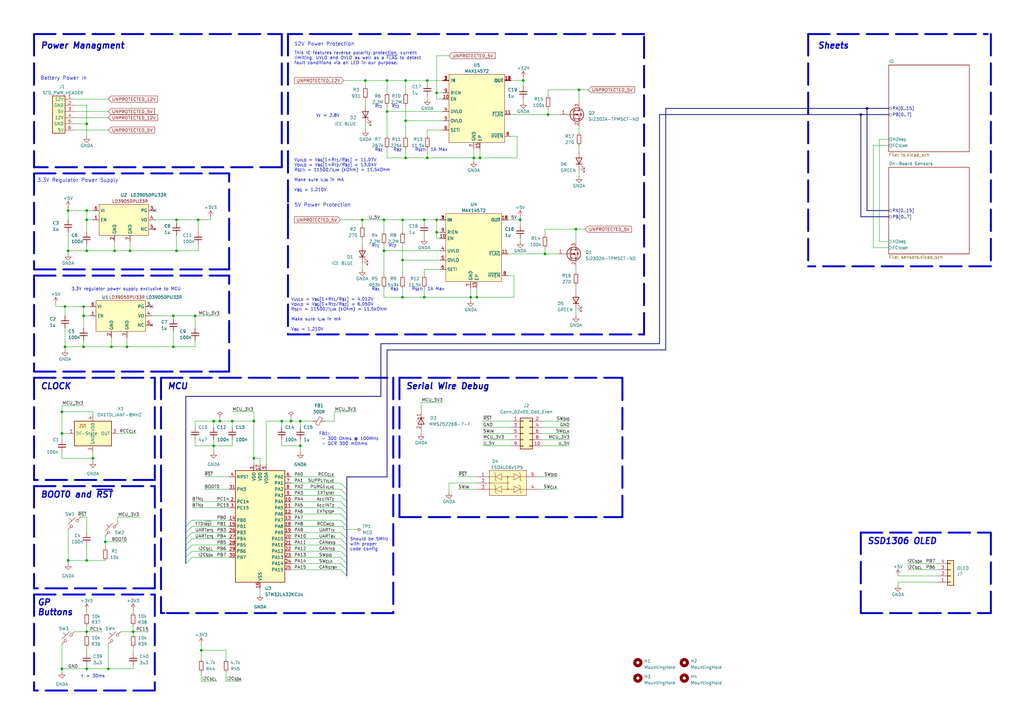
<source format=kicad_sch>
(kicad_sch (version 20230121) (generator eeschema)
  (paper "A3")
  (title_block (title "Fuel Cell Controller Board (Lucy)") (date "2023-08-12") (rev "1.0") (company "EcoCar"))
  (lib_symbols
    (symbol "Connector:TestPoint_Small" (pin_numbers hide) (pin_names (offset 0.762) hide)
      (property "Reference" "TP" (at 0 3.81 0))
      (property "Value" "TestPoint_Small" (at 0 2.032 0))
      (symbol "TestPoint_Small_1_1"
        (pin passive line (at 0 0 90) (length 0) (name "1") (number "1"))
      )
    )
    (symbol "Connector_Generic:Conn_01x04" (pin_names (offset 1.016) hide)
      (property "Reference" "J" (at 0 5.08 0))
      (property "Value" "Conn_01x04" (at 0 -7.62 0))
      (symbol "Conn_01x04_1_1"
        (pin passive line (at -5.08 2.54 0) (length 3.81) (name "Pin_1") (number "1"))
        (pin passive line (at -5.08 0 0) (length 3.81) (name "Pin_2") (number "2"))
        (pin passive line (at -5.08 -2.54 0) (length 3.81) (name "Pin_3") (number "3"))
        (pin passive line (at -5.08 -5.08 0) (length 3.81) (name "Pin_4") (number "4"))
      )
    )
    (symbol "Connector_Generic:Conn_02x05_Odd_Even" (pin_names (offset 1.016) hide)
      (property "Reference" "J" (at 1.27 7.62 0))
      (property "Value" "Conn_02x05_Odd_Even" (at 1.27 -7.62 0))
      (symbol "Conn_02x05_Odd_Even_1_1"
        (pin passive line (at -5.08 5.08 0) (length 3.81) (name "Pin_1") (number "1"))
        (pin passive line (at 7.62 -5.08 180) (length 3.81) (name "Pin_10") (number "10"))
        (pin passive line (at 7.62 5.08 180) (length 3.81) (name "Pin_2") (number "2"))
        (pin passive line (at -5.08 2.54 0) (length 3.81) (name "Pin_3") (number "3"))
        (pin passive line (at 7.62 2.54 180) (length 3.81) (name "Pin_4") (number "4"))
        (pin passive line (at -5.08 0 0) (length 3.81) (name "Pin_5") (number "5"))
        (pin passive line (at 7.62 0 180) (length 3.81) (name "Pin_6") (number "6"))
        (pin passive line (at -5.08 -2.54 0) (length 3.81) (name "Pin_7") (number "7"))
        (pin passive line (at 7.62 -2.54 180) (length 3.81) (name "Pin_8") (number "8"))
        (pin passive line (at -5.08 -5.08 0) (length 3.81) (name "Pin_9") (number "9"))
      )
    )
    (symbol "Device:C_Small" (pin_numbers hide) (pin_names (offset 0.254) hide)
      (property "Reference" "C" (at 0.254 1.778 0))
      (property "Value" "C_Small" (at 0.254 -2.032 0))
      (symbol "C_Small_1_1"
        (pin passive line (at 0 2.54 270) (length 2.032) (name "~") (number "1"))
        (pin passive line (at 0 -2.54 90) (length 2.032) (name "~") (number "2"))
      )
    )
    (symbol "Device:FerriteBead_Small" (pin_numbers hide) (pin_names (offset 0))
      (property "Reference" "FB" (at 1.905 1.27 0))
      (property "Value" "FerriteBead_Small" (at 1.905 -1.27 0))
      (symbol "FerriteBead_Small_1_1"
        (pin passive line (at 0 2.54 270) (length 1.27) (name "~") (number "1"))
        (pin passive line (at 0 -2.54 90) (length 1.27) (name "~") (number "2"))
      )
    )
    (symbol "Device:LED" (pin_numbers hide) (pin_names (offset 1.016) hide)
      (property "Reference" "D" (at 0 2.54 0))
      (property "Value" "LED" (at 0 -2.54 0))
      (symbol "LED_1_1"
        (pin passive line (at -3.81 0 0) (length 2.54) (name "K") (number "1"))
        (pin passive line (at 3.81 0 180) (length 2.54) (name "A") (number "2"))
      )
    )
    (symbol "Device:Q_NMOS_GSD" (pin_names (offset 0) hide)
      (property "Reference" "Q" (at 5.08 1.27 0))
      (property "Value" "Q_NMOS_GSD" (at 5.08 -1.27 0))
      (symbol "Q_NMOS_GSD_1_1"
        (pin input line (at -5.08 0 0) (length 2.54) (name "G") (number "1"))
        (pin passive line (at 2.54 -5.08 90) (length 2.54) (name "S") (number "2"))
        (pin passive line (at 2.54 5.08 270) (length 2.54) (name "D") (number "3"))
      )
    )
    (symbol "Device:R_Small" (pin_numbers hide) (pin_names (offset 0.254) hide)
      (property "Reference" "R" (at 0.762 0.508 0))
      (property "Value" "R_Small" (at 0.762 -1.016 0))
      (symbol "R_Small_1_1"
        (pin passive line (at 0 2.54 270) (length 0.762) (name "~") (number "1"))
        (pin passive line (at 0 -2.54 90) (length 0.762) (name "~") (number "2"))
      )
    )
    (symbol "FCC_PARTS:LD39050PU33R"
      (property "Reference" "U7" (at 5.08 7.62 0))
      (property "Value" "LD39050PU33R" (at 7.62 5.08 0))
      (symbol "LD39050PU33R_1_1"
        (text "LD39050PU33R" (at 7.62 5.08 0) (effects (font (size 1.27 1.27))))
        (pin input line (at -7.62 -2.54 0) (length 2.54) (name "EN") (number "1"))
        (pin power_in line (at 1.27 -11.43 90) (length 2.54) (name "GND") (number "2"))
        (pin passive line (at 17.78 1.27 180) (length 2.54) (name "PG") (number "3"))
        (pin power_out line (at 17.78 -2.54 180) (length 2.54) (name "VO") (number "4"))
        (pin no_connect line (at 17.78 -6.35 180) (length 2.54) (name "NC") (number "5"))
        (pin power_in line (at -7.62 1.27 0) (length 2.54) (name "VI") (number "6"))
        (pin power_in line (at 7.62 -11.43 90) (length 2.54) (name "GND") (number "7"))
      )
    )
    (symbol "FCC_Parts:ESDALC6V1P5" (pin_names (offset 0.254))
      (property "Reference" "D" (at 15.24 7.62 0))
      (property "Value" "ESDALC6V1P5" (at 15.24 5.08 0))
      (symbol "ESDALC6V1P5_1_1"
        (pin unspecified line (at 2.54 0 0) (length 5.08) (name "") (number "1"))
        (pin unspecified line (at 2.54 -2.54 0) (length 5.08) (name "") (number "2"))
        (pin unspecified line (at 2.54 -5.08 0) (length 5.08) (name "") (number "3"))
        (pin unspecified line (at 27.94 -5.08 180) (length 5.08) (name "") (number "4"))
        (pin unspecified line (at 27.94 0 180) (length 5.08) (name "") (number "5"))
      )
    )
    (symbol "FCC_Parts:MMSZ5226B-7-F"
      (property "Reference" "D" (at 0 3.81 0))
      (property "Value" "MMSZ5226B-7-F" (at 0 0 0))
      (property "Part#" "C155250" (at 0 0 0))
      (symbol "MMSZ5226B-7-F_1_1"
        (pin passive line (at -3.81 0 0) (length 2.54) (name "") (number "1"))
        (pin passive line (at 3.81 0 180) (length 2.54) (name "") (number "2"))
      )
    )
    (symbol "MAX14572_1"
      (property "Reference" "U" (at -10.16 3.81 0))
      (property "Value" "MAX14572" (at -6.35 1.27 0))
      (symbol "MAX14572_1_1_1"
        (pin input line (at -13.97 -2.54 0) (length 2.54) (name "IN") (number "1"))
        (pin input line (at -13.97 -10.16 0) (length 2.54) (name "EN") (number "10"))
        (pin input line (at 13.97 -16.51 180) (length 2.54) (name "~{FLAG}") (number "11"))
        (pin input line (at 13.97 -2.54 180) (length 2.54) (name "OUT") (number "12"))
        (pin input line (at 13.97 -2.54 180) (length 2.54) (name "OUT") (number "13"))
        (pin input line (at 13.97 -2.54 180) (length 2.54) (name "OUT") (number "14"))
        (pin input line (at 1.27 -30.48 90) (length 2.54) (name "EP") (number "15"))
        (pin input line (at -13.97 -2.54 0) (length 2.54) (name "IN") (number "2"))
        (pin input line (at -13.97 -2.54 0) (length 2.54) (name "IN") (number "3"))
        (pin input line (at -13.97 -15.24 0) (length 2.54) (name "UVLO") (number "4"))
        (pin input line (at -13.97 -19.05 0) (length 2.54) (name "OVLO") (number "5"))
        (pin input line (at -13.97 -22.86 0) (length 2.54) (name "SETI") (number "6"))
        (pin input line (at -1.27 -30.48 90) (length 2.54) (name "GND") (number "7"))
        (pin input line (at 13.97 -25.4 180) (length 2.54) (name "~{HVEN}") (number "8"))
        (pin input line (at -13.97 -7.62 0) (length 2.54) (name "RIEN") (number "9"))
      )
    )
    (symbol "MCU_ST_STM32L4:STM32L432KCUx"
      (property "Reference" "U" (at -10.16 24.13 0))
      (property "Value" "STM32L432KCUx" (at 5.08 24.13 0))
      (symbol "STM32L432KCUx_1_1"
        (pin power_in line (at -2.54 25.4 270) (length 2.54) (name "VDD") (number "1"))
        (pin bidirectional line (at 12.7 10.16 180) (length 2.54) (name "PA4") (number "10"))
        (pin bidirectional line (at 12.7 7.62 180) (length 2.54) (name "PA5") (number "11"))
        (pin bidirectional line (at 12.7 5.08 180) (length 2.54) (name "PA6") (number "12"))
        (pin bidirectional line (at 12.7 2.54 180) (length 2.54) (name "PA7") (number "13"))
        (pin bidirectional line (at -12.7 2.54 0) (length 2.54) (name "PB0") (number "14"))
        (pin bidirectional line (at -12.7 0 0) (length 2.54) (name "PB1") (number "15"))
        (pin power_in line (at 0 -25.4 90) (length 2.54) (name "VSS") (number "16"))
        (pin power_in line (at 0 25.4 270) (length 2.54) (name "VDD") (number "17"))
        (pin bidirectional line (at 12.7 0 180) (length 2.54) (name "PA8") (number "18"))
        (pin bidirectional line (at 12.7 -2.54 180) (length 2.54) (name "PA9") (number "19"))
        (pin bidirectional line (at -12.7 10.16 0) (length 2.54) (name "PC14") (number "2"))
        (pin bidirectional line (at 12.7 -5.08 180) (length 2.54) (name "PA10") (number "20"))
        (pin bidirectional line (at 12.7 -7.62 180) (length 2.54) (name "PA11") (number "21"))
        (pin bidirectional line (at 12.7 -10.16 180) (length 2.54) (name "PA12") (number "22"))
        (pin bidirectional line (at 12.7 -12.7 180) (length 2.54) (name "PA13") (number "23"))
        (pin bidirectional line (at 12.7 -15.24 180) (length 2.54) (name "PA14") (number "24"))
        (pin bidirectional line (at 12.7 -17.78 180) (length 2.54) (name "PA15") (number "25"))
        (pin bidirectional line (at -12.7 -2.54 0) (length 2.54) (name "PB3") (number "26"))
        (pin bidirectional line (at -12.7 -5.08 0) (length 2.54) (name "PB4") (number "27"))
        (pin bidirectional line (at -12.7 -7.62 0) (length 2.54) (name "PB5") (number "28"))
        (pin bidirectional line (at -12.7 -10.16 0) (length 2.54) (name "PB6") (number "29"))
        (pin bidirectional line (at -12.7 7.62 0) (length 2.54) (name "PC15") (number "3"))
        (pin bidirectional line (at -12.7 -12.7 0) (length 2.54) (name "PB7") (number "30"))
        (pin bidirectional line (at -12.7 15.24 0) (length 2.54) (name "PH3") (number "31"))
        (pin passive line (at 0 -25.4 90) (length 2.54) hide (name "VSS") (number "32"))
        (pin passive line (at 0 -25.4 90) (length 2.54) hide (name "VSS") (number "33"))
        (pin input line (at -12.7 20.32 0) (length 2.54) (name "NRST") (number "4"))
        (pin power_in line (at 2.54 25.4 270) (length 2.54) (name "VDDA") (number "5"))
        (pin bidirectional line (at 12.7 20.32 180) (length 2.54) (name "PA0") (number "6"))
        (pin bidirectional line (at 12.7 17.78 180) (length 2.54) (name "PA1") (number "7"))
        (pin bidirectional line (at 12.7 15.24 180) (length 2.54) (name "PA2") (number "8"))
        (pin bidirectional line (at 12.7 12.7 180) (length 2.54) (name "PA3") (number "9"))
      )
    )
    (symbol "Mechanical:MountingHole" (pin_names (offset 1.016))
      (property "Reference" "H" (at 0 5.08 0))
      (property "Value" "MountingHole" (at 0 3.175 0))
    )
    (symbol "RB_PARTS:OXETDLJANF-8MHZ"
      (property "Reference" "X" (at -7.62 6.35 0))
      (property "Value" "OXETDLJANF-8MHZ " (at 1.27 -6.35 0))
      (symbol "OXETDLJANF-8MHZ_1_1"
        (pin input line (at -10.16 0 0) (length 2.54) (name "Tri-State") (number "1"))
        (pin power_in line (at 0 -7.62 90) (length 2.54) (name "GND") (number "2"))
        (pin output line (at 10.16 0 180) (length 2.54) (name "OUT") (number "3"))
        (pin power_in line (at 0 7.62 270) (length 2.54) (name "VDD") (number "4"))
      )
    )
    (symbol "RB_Parts:STD_PWR_HEADER"
      (property "Reference" "J" (at 2.54 2.54 0))
      (property "Value" "STD_PWR_HEADER" (at 0 -16.51 0))
      (symbol "STD_PWR_HEADER_1_1"
        (pin passive line (at -2.54 0 0) (length 3.81) (name "12V") (number "1"))
        (pin passive line (at -2.54 -2.54 0) (length 3.81) (name "GND") (number "2"))
        (pin passive line (at -2.54 -5.08 0) (length 3.81) (name "5V") (number "3"))
        (pin passive line (at -2.54 -7.62 0) (length 3.81) (name "12V") (number "4"))
        (pin passive line (at -2.54 -10.16 0) (length 3.81) (name "GND") (number "5"))
        (pin passive line (at -2.54 -12.7 0) (length 3.81) (name "5V") (number "6"))
      )
    )
    (symbol "Switch:SW_Push_45deg" (pin_numbers hide) (pin_names (offset 1.016) hide)
      (property "Reference" "SW" (at 3.048 1.016 0))
      (property "Value" "SW_Push_45deg" (at 0 -3.81 0))
      (symbol "SW_Push_45deg_0_1"
        (pin passive line (at -2.54 2.54 0) (length 0) (name "1") (number "1"))
        (pin passive line (at 2.54 -2.54 180) (length 0) (name "2") (number "2"))
      )
    )
    (symbol "power:+12V" (power) (pin_names (offset 0))
      (property "Value" "+12V" (at 0 3.556 0))
      (symbol "+12V_1_1"
        (pin power_in line (at 0 0 90) (length 0) hide (name "+12V") (number "1"))
      )
    )
    (symbol "power:+3V3" (power) (pin_names (offset 0))
      (property "Value" "+3V3" (at 0 3.556 0))
      (symbol "+3V3_1_1"
        (pin power_in line (at 0 0 90) (length 0) hide (name "+3V3") (number "1"))
      )
    )
    (symbol "power:+5V" (power) (pin_names (offset 0))
      (property "Value" "+5V" (at 0 3.556 0))
      (symbol "+5V_1_1"
        (pin power_in line (at 0 0 90) (length 0) hide (name "+5V") (number "1"))
      )
    )
    (symbol "power:GNDA" (power) (pin_names (offset 0))
      (property "Value" "GNDA" (at 0 -3.81 0))
      (symbol "GNDA_1_1"
        (pin power_in line (at 0 0 270) (length 0) hide (name "GNDA") (number "1"))
      )
    )
    (symbol "power:PWR_FLAG" (power) (pin_numbers hide) (pin_names (offset 0) hide)
      (property "Value" "PWR_FLAG" (at 0 3.81 0))
      (symbol "PWR_FLAG_0_0"
        (pin power_out line (at 0 0 90) (length 0) (name "pwr") (number "1"))
      )
    )
  )
  (junction (at 179.07 38.1))
  (junction (at 213.36 90.17))
  (junction (at 179.07 90.17))
  (junction (at 26.67 142.24))
  (junction (at 35.56 50.8))
  (junction (at 165.1 90.17))
  (junction (at 214.63 33.02))
  (junction (at 165.1 106.68))
  (junction (at 236.22 93.98))
  (junction (at 35.56 90.17))
  (junction (at 123.19 172.72))
  (junction (at 166.37 64.77))
  (junction (at 35.56 274.32))
  (junction (at 223.52 104.14))
  (junction (at 157.48 102.87))
  (junction (at 196.85 64.77))
  (junction (at 72.39 90.17))
  (junction (at 35.56 102.87))
  (junction (at 193.04 121.92))
  (junction (at 25.4 274.32))
  (junction (at 26.67 125.73))
  (junction (at 104.14 187.96))
  (junction (at 173.99 90.17))
  (junction (at 104.14 172.72))
  (junction (at 52.07 142.24))
  (junction (at 34.29 129.54))
  (junction (at 224.79 46.99))
  (junction (at 27.94 229.87))
  (junction (at 95.25 172.72))
  (junction (at 38.1 187.96))
  (junction (at 87.63 182.88))
  (junction (at 166.37 49.53))
  (junction (at 353.06 46.99))
  (junction (at 46.99 102.87))
  (junction (at 71.12 129.54))
  (junction (at 54.61 259.08))
  (junction (at 119.38 172.72))
  (junction (at 115.57 172.72))
  (junction (at 27.94 102.87))
  (junction (at 149.86 33.02))
  (junction (at 44.45 274.32))
  (junction (at 194.31 64.77))
  (junction (at 158.75 45.72))
  (junction (at 175.26 64.77))
  (junction (at 165.1 121.92))
  (junction (at 82.55 266.7))
  (junction (at 175.26 33.02))
  (junction (at 87.63 172.72))
  (junction (at 45.72 142.24))
  (junction (at 81.28 90.17))
  (junction (at 27.94 86.36))
  (junction (at 123.19 182.88))
  (junction (at 166.37 33.02))
  (junction (at 173.99 121.92))
  (junction (at 43.18 222.25))
  (junction (at 34.29 142.24))
  (junction (at 179.07 95.25))
  (junction (at 195.58 121.92))
  (junction (at 53.34 102.87))
  (junction (at 90.17 172.72))
  (junction (at 34.29 125.73))
  (junction (at 158.75 33.02))
  (junction (at 71.12 142.24))
  (junction (at 148.59 90.17))
  (junction (at 35.56 86.36))
  (junction (at 25.4 168.91))
  (junction (at 355.6 44.45))
  (junction (at 72.39 102.87))
  (junction (at 25.4 177.8))
  (junction (at 80.01 129.54))
  (junction (at 35.56 259.08))
  (junction (at 237.49 36.83))
  (junction (at 157.48 90.17))
  (junction (at 35.56 229.87))
  (no_connect (at 63.5 86.36))
  (no_connect (at 62.23 125.73))
  (bus_entry (at 78.74 213.36) (size -2.54 2.54))
  (bus_entry (at 139.7 218.44) (size 2.54 2.54))
  (bus_entry (at 139.7 205.74) (size 2.54 2.54))
  (bus_entry (at 139.7 228.6) (size 2.54 2.54))
  (bus_entry (at 139.7 200.66) (size 2.54 2.54))
  (bus_entry (at 139.7 233.68) (size 2.54 2.54))
  (bus_entry (at 139.7 198.12) (size 2.54 2.54))
  (bus_entry (at 78.74 220.98) (size -2.54 2.54))
  (bus_entry (at 139.7 203.2) (size 2.54 2.54))
  (bus_entry (at 78.74 215.9) (size -2.54 2.54))
  (bus_entry (at 139.7 226.06) (size 2.54 2.54))
  (bus_entry (at 78.74 228.6) (size -2.54 2.54))
  (bus_entry (at 78.74 226.06) (size -2.54 2.54))
  (bus_entry (at 78.74 218.44) (size -2.54 2.54))
  (bus_entry (at 78.74 223.52) (size -2.54 2.54))
  (bus_entry (at 139.7 223.52) (size 2.54 2.54))
  (bus_entry (at 139.7 213.36) (size 2.54 2.54))
  (bus_entry (at 139.7 208.28) (size 2.54 2.54))
  (bus_entry (at 139.7 210.82) (size 2.54 2.54))
  (bus_entry (at 139.7 231.14) (size 2.54 2.54))
  (bus_entry (at 139.7 220.98) (size 2.54 2.54))
  (wire (pts (xy 44.45 274.32) (xy 54.61 274.32)))
  (wire (pts (xy 119.38 226.06) (xy 139.7 226.06)))
  (wire (pts (xy 95.25 180.34) (xy 95.25 182.88)))
  (wire (pts (xy 119.38 228.6) (xy 139.7 228.6)))
  (wire (pts (xy 87.63 172.72) (xy 90.17 172.72)))
  (wire (pts (xy 372.11 231.14) (xy 384.81 231.14)))
  (wire (pts (xy 119.38 215.9) (xy 140.97 215.9)))
  (wire (pts (xy 128.27 172.72) (xy 123.19 172.72)))
  (wire (pts (xy 34.29 139.7) (xy 34.29 142.24)))
  (wire (pts (xy 148.59 90.17) (xy 157.48 90.17)))
  (wire (pts (xy 25.4 274.32) (xy 35.56 274.32)))
  (wire (pts (xy 195.58 121.92) (xy 195.58 118.11)))
  (wire (pts (xy 35.56 229.87) (xy 43.18 229.87)))
  (wire (pts (xy 166.37 49.53) (xy 181.61 49.53)))
  (wire (pts (xy 34.29 125.73) (xy 34.29 129.54)))
  (bus (pts (xy 273.05 44.45) (xy 273.05 143.51)))
  (wire (pts (xy 157.48 102.87) (xy 157.48 113.03)))
  (polyline (pts (xy 118.11 83.82) (xy 118.11 88.9)) (stroke (width 0.8) (type dash)))
  (polyline (pts (xy 66.04 154.94) (xy 66.04 196.85)) (stroke (width 0.8) (type dash)))
  (wire (pts (xy 166.37 33.02) (xy 175.26 33.02)))
  (wire (pts (xy 35.56 259.08) (xy 35.56 260.35)))
  (wire (pts (xy 237.49 52.07) (xy 237.49 54.61)))
  (wire (pts (xy 35.56 274.32) (xy 35.56 273.05)))
  (wire (pts (xy 368.3 236.22) (xy 384.81 236.22)))
  (wire (pts (xy 104.14 190.5) (xy 104.14 187.96)))
  (wire (pts (xy 44.45 264.16) (xy 44.45 274.32)))
  (wire (pts (xy 30.48 40.64) (xy 44.45 40.64)))
  (wire (pts (xy 119.38 195.58) (xy 137.16 195.58)))
  (wire (pts (xy 25.4 166.37) (xy 25.4 168.91)))
  (wire (pts (xy 34.29 142.24) (xy 45.72 142.24)))
  (wire (pts (xy 165.1 90.17) (xy 173.99 90.17)))
  (wire (pts (xy 149.86 33.02) (xy 149.86 35.56)))
  (bus (pts (xy 76.2 162.56) (xy 76.2 215.9)))
  (wire (pts (xy 208.28 90.17) (xy 213.36 90.17)))
  (wire (pts (xy 43.18 219.71) (xy 43.18 222.25)))
  (wire (pts (xy 210.82 113.03) (xy 210.82 121.92)))
  (wire (pts (xy 214.63 31.75) (xy 214.63 33.02)))
  (wire (pts (xy 157.48 95.25) (xy 157.48 90.17)))
  (polyline (pts (xy 163.83 212.09) (xy 255.27 212.09)) (stroke (width 0.8) (type dash)))
  (wire (pts (xy 43.18 222.25) (xy 43.18 224.79)))
  (wire (pts (xy 368.3 238.76) (xy 368.3 240.03)))
  (wire (pts (xy 149.86 33.02) (xy 158.75 33.02)))
  (wire (pts (xy 38.1 168.91) (xy 38.1 170.18)))
  (wire (pts (xy 72.39 90.17) (xy 81.28 90.17)))
  (polyline (pts (xy 13.97 13.97) (xy 13.97 68.58)) (stroke (width 0.8) (type dash)))
  (wire (pts (xy 78.74 205.74) (xy 93.98 205.74)))
  (wire (pts (xy 109.22 172.72) (xy 109.22 190.5)))
  (polyline (pts (xy 13.97 71.12) (xy 13.97 110.49)) (stroke (width 0.8) (type dash)))
  (polyline (pts (xy 13.97 199.39) (xy 13.97 241.3)) (stroke (width 0.8) (type dash)))
  (wire (pts (xy 35.56 86.36) (xy 35.56 90.17)))
  (wire (pts (xy 123.19 182.88) (xy 123.19 185.42)))
  (wire (pts (xy 213.36 88.9) (xy 213.36 90.17)))
  (wire (pts (xy 173.99 110.49) (xy 180.34 110.49)))
  (polyline (pts (xy 63.5 283.21) (xy 13.97 283.21)) (stroke (width 0.8) (type dash)))
  (bus (pts (xy 142.24 210.82) (xy 142.24 213.36)))
  (wire (pts (xy 106.68 187.96) (xy 106.68 190.5)))
  (wire (pts (xy 25.4 187.96) (xy 38.1 187.96)))
  (polyline (pts (xy 13.97 243.84) (xy 63.5 243.84)) (stroke (width 0.8) (type dash)))
  (wire (pts (xy 198.12 177.8) (xy 209.55 177.8)))
  (wire (pts (xy 184.15 198.12) (xy 184.15 201.93)))
  (bus (pts (xy 156.21 140.97) (xy 156.21 162.56)))
  (polyline (pts (xy 135.89 13.97) (xy 118.11 13.97)) (stroke (width 0.8) (type dash)))
  (bus (pts (xy 353.06 46.99) (xy 353.06 88.9)))
  (wire (pts (xy 173.99 121.92) (xy 193.04 121.92)))
  (wire (pts (xy 35.56 250.19) (xy 35.56 251.46)))
  (wire (pts (xy 38.1 187.96) (xy 38.1 189.23)))
  (polyline (pts (xy 115.57 68.58) (xy 13.97 68.58)) (stroke (width 0.8) (type dash)))
  (wire (pts (xy 80.01 180.34) (xy 80.01 182.88)))
  (wire (pts (xy 95.25 172.72) (xy 104.14 172.72)))
  (wire (pts (xy 119.38 198.12) (xy 139.7 198.12)))
  (wire (pts (xy 148.59 90.17) (xy 148.59 92.71)))
  (wire (pts (xy 78.74 220.98) (xy 93.98 220.98)))
  (wire (pts (xy 104.14 168.91) (xy 104.14 172.72)))
  (wire (pts (xy 195.58 121.92) (xy 210.82 121.92)))
  (wire (pts (xy 30.48 50.8) (xy 35.56 50.8)))
  (wire (pts (xy 80.01 172.72) (xy 80.01 175.26)))
  (wire (pts (xy 360.68 99.06) (xy 364.49 99.06)))
  (polyline (pts (xy 115.57 13.97) (xy 115.57 68.58)) (stroke (width 0.8) (type dash)))
  (polyline (pts (xy 264.16 83.82) (xy 264.16 88.9)) (stroke (width 0.8) (type dash)))
  (wire (pts (xy 175.26 33.02) (xy 181.61 33.02)))
  (wire (pts (xy 81.28 90.17) (xy 81.28 95.25)))
  (polyline (pts (xy 93.98 152.4) (xy 93.98 113.03)) (stroke (width 0.8) (type dash)))
  (bus (pts (xy 142.24 215.9) (xy 142.24 220.98)))
  (wire (pts (xy 30.48 53.34) (xy 44.45 53.34)))
  (wire (pts (xy 198.12 182.88) (xy 209.55 182.88)))
  (wire (pts (xy 172.72 165.1) (xy 181.61 165.1)))
  (wire (pts (xy 187.96 195.58) (xy 195.58 195.58)))
  (wire (pts (xy 81.28 102.87) (xy 81.28 100.33)))
  (wire (pts (xy 119.38 223.52) (xy 139.7 223.52)))
  (bus (pts (xy 76.2 226.06) (xy 76.2 228.6)))
  (wire (pts (xy 173.99 118.11) (xy 173.99 121.92)))
  (wire (pts (xy 35.56 223.52) (xy 35.56 229.87)))
  (wire (pts (xy 35.56 86.36) (xy 38.1 86.36)))
  (wire (pts (xy 364.49 57.15) (xy 360.68 57.15)))
  (wire (pts (xy 195.58 198.12) (xy 184.15 198.12)))
  (polyline (pts (xy 93.98 110.49) (xy 93.98 71.12)) (stroke (width 0.8) (type dash)))
  (wire (pts (xy 90.17 171.45) (xy 90.17 172.72)))
  (wire (pts (xy 72.39 102.87) (xy 81.28 102.87)))
  (bus (pts (xy 142.24 213.36) (xy 142.24 215.9)))
  (wire (pts (xy 35.56 43.18) (xy 35.56 50.8)))
  (wire (pts (xy 222.25 180.34) (xy 233.68 180.34)))
  (polyline (pts (xy 353.06 218.44) (xy 353.06 251.46)) (stroke (width 0.8) (type dash)))
  (wire (pts (xy 80.01 142.24) (xy 80.01 139.7)))
  (wire (pts (xy 92.71 279.4) (xy 99.06 279.4)))
  (wire (pts (xy 175.26 39.37) (xy 175.26 40.64)))
  (bus (pts (xy 273.05 143.51) (xy 158.75 143.51)))
  (polyline (pts (xy 264.16 137.16) (xy 264.16 88.9)) (stroke (width 0.8) (type dash)))
  (wire (pts (xy 223.52 101.6) (xy 223.52 104.14)))
  (wire (pts (xy 208.28 113.03) (xy 210.82 113.03)))
  (wire (pts (xy 92.71 275.59) (xy 92.71 279.4)))
  (wire (pts (xy 208.28 104.14) (xy 223.52 104.14)))
  (wire (pts (xy 236.22 116.84) (xy 236.22 119.38)))
  (wire (pts (xy 104.14 172.72) (xy 104.14 187.96)))
  (wire (pts (xy 358.14 101.6) (xy 364.49 101.6)))
  (polyline (pts (xy 63.5 243.84) (xy 63.5 283.21)) (stroke (width 0.8) (type dash)))
  (bus (pts (xy 76.2 220.98) (xy 76.2 223.52)))
  (wire (pts (xy 213.36 92.71) (xy 213.36 90.17)))
  (wire (pts (xy 223.52 96.52) (xy 223.52 93.98)))
  (wire (pts (xy 236.22 127) (xy 236.22 129.54)))
  (wire (pts (xy 26.67 142.24) (xy 26.67 143.51)))
  (wire (pts (xy 222.25 177.8) (xy 233.68 177.8)))
  (wire (pts (xy 173.99 96.52) (xy 173.99 97.79)))
  (bus (pts (xy 142.24 205.74) (xy 142.24 208.28)))
  (wire (pts (xy 193.04 118.11) (xy 193.04 121.92)))
  (polyline (pts (xy 406.4 109.22) (xy 331.47 109.22)) (stroke (width 0.8) (type dash)))
  (bus (pts (xy 142.24 200.66) (xy 142.24 203.2)))
  (bus (pts (xy 142.24 231.14) (xy 142.24 233.68)))
  (wire (pts (xy 222.25 182.88) (xy 233.68 182.88)))
  (bus (pts (xy 142.24 203.2) (xy 142.24 205.74)))
  (wire (pts (xy 34.29 129.54) (xy 34.29 134.62)))
  (wire (pts (xy 26.67 125.73) (xy 26.67 129.54)))
  (wire (pts (xy 27.94 231.14) (xy 27.94 229.87)))
  (wire (pts (xy 35.56 265.43) (xy 35.56 267.97)))
  (wire (pts (xy 80.01 129.54) (xy 90.17 129.54)))
  (wire (pts (xy 87.63 180.34) (xy 87.63 182.88)))
  (bus (pts (xy 142.24 220.98) (xy 142.24 223.52)))
  (wire (pts (xy 157.48 100.33) (xy 157.48 102.87)))
  (wire (pts (xy 173.99 113.03) (xy 173.99 110.49)))
  (wire (pts (xy 179.07 38.1) (xy 179.07 22.86)))
  (wire (pts (xy 224.79 36.83) (xy 237.49 36.83)))
  (wire (pts (xy 236.22 93.98) (xy 236.22 99.06)))
  (bus (pts (xy 76.2 215.9) (xy 76.2 218.44)))
  (wire (pts (xy 236.22 109.22) (xy 236.22 111.76)))
  (wire (pts (xy 87.63 182.88) (xy 87.63 185.42)))
  (wire (pts (xy 71.12 129.54) (xy 80.01 129.54)))
  (wire (pts (xy 38.1 168.91) (xy 25.4 168.91)))
  (wire (pts (xy 104.14 187.96) (xy 106.68 187.96)))
  (wire (pts (xy 78.74 218.44) (xy 93.98 218.44)))
  (polyline (pts (xy 255.27 212.09) (xy 255.27 154.94)) (stroke (width 0.8) (type dash)))
  (wire (pts (xy 139.7 90.17) (xy 148.59 90.17)))
  (wire (pts (xy 179.07 38.1) (xy 179.07 40.64)))
  (wire (pts (xy 35.56 90.17) (xy 35.56 95.25)))
  (wire (pts (xy 224.79 44.45) (xy 224.79 46.99)))
  (wire (pts (xy 78.74 223.52) (xy 93.98 223.52)))
  (bus (pts (xy 353.06 88.9) (xy 364.49 88.9)))
  (wire (pts (xy 157.48 118.11) (xy 157.48 121.92)))
  (polyline (pts (xy 353.06 218.44) (xy 406.4 218.44)) (stroke (width 0.8) (type dash)))
  (polyline (pts (xy 13.97 110.49) (xy 93.98 110.49)) (stroke (width 0.8) (type dash)))
  (polyline (pts (xy 118.11 137.16) (xy 264.16 137.16)) (stroke (width 0.8) (type dash)))
  (wire (pts (xy 166.37 43.18) (xy 166.37 49.53)))
  (wire (pts (xy 198.12 172.72) (xy 209.55 172.72)))
  (wire (pts (xy 214.63 35.56) (xy 214.63 33.02)))
  (wire (pts (xy 119.38 233.68) (xy 139.7 233.68)))
  (wire (pts (xy 237.49 36.83) (xy 237.49 41.91)))
  (wire (pts (xy 220.98 200.66) (xy 228.6 200.66)))
  (wire (pts (xy 158.75 60.96) (xy 158.75 64.77)))
  (bus (pts (xy 142.24 208.28) (xy 142.24 210.82)))
  (wire (pts (xy 27.94 86.36) (xy 35.56 86.36)))
  (wire (pts (xy 95.25 172.72) (xy 95.25 175.26)))
  (wire (pts (xy 34.29 129.54) (xy 36.83 129.54)))
  (wire (pts (xy 54.61 259.08) (xy 60.96 259.08)))
  (polyline (pts (xy 406.4 13.97) (xy 406.4 109.22)) (stroke (width 0.8) (type dash)))
  (wire (pts (xy 223.52 104.14) (xy 228.6 104.14)))
  (wire (pts (xy 166.37 64.77) (xy 175.26 64.77)))
  (polyline (pts (xy 264.16 83.82) (xy 264.16 13.97)) (stroke (width 0.8) (type dash)))
  (wire (pts (xy 180.34 102.87) (xy 157.48 102.87)))
  (wire (pts (xy 222.25 172.72) (xy 233.68 172.72)))
  (wire (pts (xy 35.56 256.54) (xy 35.56 259.08)))
  (wire (pts (xy 236.22 93.98) (xy 240.03 93.98)))
  (wire (pts (xy 43.18 222.25) (xy 52.07 222.25)))
  (bus (pts (xy 158.75 143.51) (xy 158.75 195.58)))
  (polyline (pts (xy 63.5 241.3) (xy 13.97 241.3)) (stroke (width 0.8) (type dash)))
  (wire (pts (xy 48.26 177.8) (xy 55.88 177.8)))
  (wire (pts (xy 30.48 259.08) (xy 35.56 259.08)))
  (wire (pts (xy 82.55 264.16) (xy 82.55 266.7)))
  (wire (pts (xy 372.11 233.68) (xy 384.81 233.68)))
  (wire (pts (xy 45.72 142.24) (xy 45.72 138.43)))
  (wire (pts (xy 223.52 93.98) (xy 236.22 93.98)))
  (wire (pts (xy 30.48 48.26) (xy 44.45 48.26)))
  (wire (pts (xy 54.61 265.43) (xy 54.61 267.97)))
  (wire (pts (xy 137.16 168.91) (xy 137.16 172.72)))
  (wire (pts (xy 27.94 217.17) (xy 27.94 229.87)))
  (polyline (pts (xy 13.97 113.03) (xy 13.97 152.4)) (stroke (width 0.8) (type dash)))
  (wire (pts (xy 25.4 166.37) (xy 34.29 166.37)))
  (wire (pts (xy 95.25 168.91) (xy 104.14 168.91)))
  (bus (pts (xy 353.06 46.99) (xy 364.49 46.99)))
  (wire (pts (xy 106.68 241.3) (xy 106.68 243.84)))
  (wire (pts (xy 27.94 95.25) (xy 27.94 102.87)))
  (wire (pts (xy 25.4 177.8) (xy 25.4 180.34)))
  (wire (pts (xy 137.16 168.91) (xy 146.05 168.91)))
  (wire (pts (xy 78.74 208.28) (xy 93.98 208.28)))
  (polyline (pts (xy 353.06 251.46) (xy 406.4 251.46)) (stroke (width 0.8) (type dash)))
  (wire (pts (xy 194.31 64.77) (xy 194.31 66.04)))
  (wire (pts (xy 157.48 90.17) (xy 165.1 90.17)))
  (wire (pts (xy 119.38 208.28) (xy 139.7 208.28)))
  (wire (pts (xy 119.38 231.14) (xy 139.7 231.14)))
  (wire (pts (xy 119.38 171.45) (xy 119.38 172.72)))
  (polyline (pts (xy 63.5 154.94) (xy 63.5 196.85)) (stroke (width 0.8) (type dash)))
  (polyline (pts (xy 118.11 13.97) (xy 118.11 83.82)) (stroke (width 0.8) (type dash)))
  (polyline (pts (xy 331.47 13.97) (xy 405.13 13.97)) (stroke (width 0.8) (type dash)))
  (wire (pts (xy 165.1 106.68) (xy 165.1 113.03)))
  (wire (pts (xy 368.3 238.76) (xy 384.81 238.76)))
  (wire (pts (xy 158.75 43.18) (xy 158.75 45.72)))
  (wire (pts (xy 30.48 43.18) (xy 35.56 43.18)))
  (wire (pts (xy 173.99 90.17) (xy 173.99 91.44)))
  (wire (pts (xy 166.37 49.53) (xy 166.37 55.88)))
  (bus (pts (xy 270.51 140.97) (xy 156.21 140.97)))
  (polyline (pts (xy 13.97 113.03) (xy 93.98 113.03)) (stroke (width 0.8) (type dash)))
  (wire (pts (xy 27.94 102.87) (xy 35.56 102.87)))
  (wire (pts (xy 358.14 59.69) (xy 358.14 101.6)))
  (bus (pts (xy 142.24 228.6) (xy 142.24 231.14)))
  (wire (pts (xy 33.02 212.09) (xy 35.56 212.09)))
  (wire (pts (xy 80.01 182.88) (xy 87.63 182.88)))
  (wire (pts (xy 360.68 57.15) (xy 360.68 99.06)))
  (wire (pts (xy 119.38 205.74) (xy 139.7 205.74)))
  (wire (pts (xy 149.86 50.8) (xy 149.86 53.34)))
  (polyline (pts (xy 66.04 251.46) (xy 67.31 251.46)) (stroke (width 0.8) (type dash)))
  (wire (pts (xy 158.75 33.02) (xy 166.37 33.02)))
  (wire (pts (xy 194.31 60.96) (xy 194.31 64.77)))
  (wire (pts (xy 83.82 195.58) (xy 93.98 195.58)))
  (wire (pts (xy 119.38 213.36) (xy 139.7 213.36)))
  (wire (pts (xy 35.56 274.32) (xy 44.45 274.32)))
  (wire (pts (xy 35.56 90.17) (xy 38.1 90.17)))
  (wire (pts (xy 52.07 142.24) (xy 71.12 142.24)))
  (bus (pts (xy 76.2 228.6) (xy 76.2 231.14)))
  (wire (pts (xy 212.09 55.88) (xy 212.09 64.77)))
  (wire (pts (xy 175.26 53.34) (xy 181.61 53.34)))
  (wire (pts (xy 63.5 90.17) (xy 72.39 90.17)))
  (wire (pts (xy 119.38 218.44) (xy 139.7 218.44)))
  (wire (pts (xy 214.63 41.91) (xy 214.63 40.64)))
  (wire (pts (xy 187.96 200.66) (xy 195.58 200.66)))
  (wire (pts (xy 82.55 279.4) (xy 88.9 279.4)))
  (wire (pts (xy 165.1 90.17) (xy 165.1 95.25)))
  (wire (pts (xy 87.63 182.88) (xy 95.25 182.88)))
  (wire (pts (xy 172.72 176.53) (xy 172.72 177.8)))
  (wire (pts (xy 35.56 259.08) (xy 41.91 259.08)))
  (wire (pts (xy 179.07 90.17) (xy 180.34 90.17)))
  (bus (pts (xy 76.2 223.52) (xy 76.2 226.06)))
  (wire (pts (xy 179.07 97.79) (xy 179.07 95.25)))
  (wire (pts (xy 209.55 33.02) (xy 214.63 33.02)))
  (bus (pts (xy 355.6 44.45) (xy 364.49 44.45)))
  (wire (pts (xy 179.07 95.25) (xy 180.34 95.25)))
  (wire (pts (xy 119.38 172.72) (xy 123.19 172.72)))
  (wire (pts (xy 45.72 142.24) (xy 52.07 142.24)))
  (bus (pts (xy 142.24 226.06) (xy 142.24 228.6)))
  (wire (pts (xy 71.12 135.89) (xy 71.12 142.24)))
  (polyline (pts (xy 161.29 251.46) (xy 66.04 251.46)) (stroke (width 0.8) (type dash)))
  (wire (pts (xy 80.01 172.72) (xy 87.63 172.72)))
  (wire (pts (xy 198.12 180.34) (xy 209.55 180.34)))
  (wire (pts (xy 148.59 97.79) (xy 148.59 100.33)))
  (wire (pts (xy 22.86 124.46) (xy 22.86 125.73)))
  (wire (pts (xy 196.85 64.77) (xy 212.09 64.77)))
  (polyline (pts (xy 13.97 71.12) (xy 93.98 71.12)) (stroke (width 0.8) (type dash)))
  (wire (pts (xy 26.67 142.24) (xy 34.29 142.24)))
  (wire (pts (xy 166.37 33.02) (xy 166.37 38.1)))
  (wire (pts (xy 175.26 64.77) (xy 194.31 64.77)))
  (wire (pts (xy 175.26 60.96) (xy 175.26 64.77)))
  (bus (pts (xy 142.24 223.52) (xy 142.24 226.06)))
  (wire (pts (xy 35.56 100.33) (xy 35.56 102.87)))
  (wire (pts (xy 198.12 175.26) (xy 209.55 175.26)))
  (wire (pts (xy 90.17 172.72) (xy 95.25 172.72)))
  (wire (pts (xy 364.49 59.69) (xy 358.14 59.69)))
  (polyline (pts (xy 406.4 251.46) (xy 406.4 218.44)) (stroke (width 0.8) (type dash)))
  (wire (pts (xy 181.61 45.72) (xy 158.75 45.72)))
  (wire (pts (xy 48.26 212.09) (xy 48.26 214.63)))
  (wire (pts (xy 93.98 200.66) (xy 83.82 200.66)))
  (wire (pts (xy 34.29 125.73) (xy 36.83 125.73)))
  (bus (pts (xy 355.6 86.36) (xy 364.49 86.36)))
  (wire (pts (xy 46.99 102.87) (xy 53.34 102.87)))
  (wire (pts (xy 82.55 266.7) (xy 82.55 270.51)))
  (wire (pts (xy 123.19 172.72) (xy 123.19 175.26)))
  (wire (pts (xy 181.61 38.1) (xy 179.07 38.1)))
  (wire (pts (xy 140.97 33.02) (xy 149.86 33.02)))
  (polyline (pts (xy 13.97 154.94) (xy 63.5 154.94)) (stroke (width 0.8) (type dash)))
  (wire (pts (xy 123.19 182.88) (xy 115.57 182.88)))
  (wire (pts (xy 52.07 138.43) (xy 52.07 142.24)))
  (wire (pts (xy 213.36 99.06) (xy 213.36 97.79)))
  (polyline (pts (xy 163.83 154.94) (xy 255.27 154.94)) (stroke (width 0.8) (type dash)))
  (wire (pts (xy 53.34 99.06) (xy 53.34 102.87)))
  (wire (pts (xy 165.1 100.33) (xy 165.1 106.68)))
  (wire (pts (xy 92.71 266.7) (xy 92.71 270.51)))
  (wire (pts (xy 25.4 168.91) (xy 25.4 177.8)))
  (wire (pts (xy 78.74 213.36) (xy 93.98 213.36)))
  (wire (pts (xy 166.37 60.96) (xy 166.37 64.77)))
  (wire (pts (xy 27.94 85.09) (xy 27.94 86.36)))
  (wire (pts (xy 26.67 125.73) (xy 34.29 125.73)))
  (wire (pts (xy 193.04 121.92) (xy 195.58 121.92)))
  (polyline (pts (xy 66.04 154.94) (xy 161.29 154.94)) (stroke (width 0.8) (type dash)))
  (wire (pts (xy 22.86 125.73) (xy 26.67 125.73)))
  (wire (pts (xy 115.57 175.26) (xy 115.57 172.72)))
  (wire (pts (xy 54.61 256.54) (xy 54.61 259.08)))
  (wire (pts (xy 193.04 121.92) (xy 193.04 123.19)))
  (wire (pts (xy 158.75 45.72) (xy 158.75 55.88)))
  (wire (pts (xy 196.85 64.77) (xy 196.85 60.96)))
  (bus (pts (xy 355.6 44.45) (xy 355.6 86.36)))
  (polyline (pts (xy 63.5 199.39) (xy 63.5 241.3)) (stroke (width 0.8) (type dash)))
  (wire (pts (xy 119.38 200.66) (xy 139.7 200.66)))
  (polyline (pts (xy 13.97 152.4) (xy 93.98 152.4)) (stroke (width 0.8) (type dash)))
  (wire (pts (xy 62.23 129.54) (xy 71.12 129.54)))
  (wire (pts (xy 209.55 55.88) (xy 212.09 55.88)))
  (wire (pts (xy 78.74 215.9) (xy 93.98 215.9)))
  (wire (pts (xy 86.36 88.9) (xy 86.36 90.17)))
  (wire (pts (xy 48.26 212.09) (xy 57.15 212.09)))
  (wire (pts (xy 224.79 46.99) (xy 229.87 46.99)))
  (wire (pts (xy 119.38 220.98) (xy 139.7 220.98)))
  (polyline (pts (xy 13.97 243.84) (xy 13.97 283.21)) (stroke (width 0.8) (type dash)))
  (wire (pts (xy 123.19 180.34) (xy 123.19 182.88)))
  (wire (pts (xy 148.59 107.95) (xy 148.59 110.49)))
  (wire (pts (xy 27.94 102.87) (xy 27.94 104.14)))
  (wire (pts (xy 54.61 259.08) (xy 54.61 260.35)))
  (bus (pts (xy 273.05 44.45) (xy 355.6 44.45)))
  (wire (pts (xy 54.61 250.19) (xy 54.61 251.46)))
  (wire (pts (xy 53.34 102.87) (xy 72.39 102.87)))
  (bus (pts (xy 142.24 195.58) (xy 158.75 195.58)))
  (wire (pts (xy 27.94 229.87) (xy 35.56 229.87)))
  (wire (pts (xy 224.79 39.37) (xy 224.79 36.83)))
  (wire (pts (xy 149.86 40.64) (xy 149.86 43.18)))
  (wire (pts (xy 35.56 102.87) (xy 46.99 102.87)))
  (wire (pts (xy 165.1 106.68) (xy 180.34 106.68)))
  (wire (pts (xy 180.34 97.79) (xy 179.07 97.79)))
  (wire (pts (xy 35.56 50.8) (xy 35.56 55.88)))
  (polyline (pts (xy 161.29 154.94) (xy 161.29 251.46)) (stroke (width 0.8) (type dash)))
  (wire (pts (xy 26.67 134.62) (xy 26.67 142.24)))
  (polyline (pts (xy 163.83 154.94) (xy 163.83 212.09)) (stroke (width 0.8) (type dash)))
  (wire (pts (xy 82.55 275.59) (xy 82.55 279.4)))
  (polyline (pts (xy 264.16 13.97) (xy 135.89 13.97)) (stroke (width 0.8) (type dash)))
  (wire (pts (xy 72.39 90.17) (xy 72.39 91.44)))
  (wire (pts (xy 78.74 228.6) (xy 93.98 228.6)))
  (wire (pts (xy 175.26 33.02) (xy 175.26 34.29)))
  (wire (pts (xy 115.57 180.34) (xy 115.57 182.88)))
  (wire (pts (xy 46.99 102.87) (xy 46.99 99.06)))
  (wire (pts (xy 49.53 259.08) (xy 54.61 259.08)))
  (polyline (pts (xy 331.47 13.97) (xy 331.47 109.22)) (stroke (width 0.8) (type dash)))
  (wire (pts (xy 237.49 36.83) (xy 241.3 36.83)))
  (wire (pts (xy 119.38 210.82) (xy 139.7 210.82)))
  (wire (pts (xy 25.4 185.42) (xy 25.4 187.96)))
  (wire (pts (xy 165.1 121.92) (xy 173.99 121.92)))
  (polyline (pts (xy 13.97 13.97) (xy 115.57 13.97)) (stroke (width 0.8) (type dash)))
  (wire (pts (xy 119.38 203.2) (xy 139.7 203.2)))
  (wire (pts (xy 165.1 118.11) (xy 165.1 121.92)))
  (wire (pts (xy 115.57 172.72) (xy 119.38 172.72)))
  (wire (pts (xy 222.25 175.26) (xy 233.68 175.26)))
  (wire (pts (xy 25.4 177.8) (xy 27.94 177.8)))
  (wire (pts (xy 38.1 185.42) (xy 38.1 187.96)))
  (wire (pts (xy 109.22 172.72) (xy 115.57 172.72)))
  (wire (pts (xy 80.01 129.54) (xy 80.01 134.62)))
  (wire (pts (xy 87.63 172.72) (xy 87.63 175.26)))
  (wire (pts (xy 173.99 90.17) (xy 179.07 90.17)))
  (wire (pts (xy 175.26 55.88) (xy 175.26 53.34)))
  (wire (pts (xy 140.97 217.17) (xy 147.32 217.17)))
  (wire (pts (xy 27.94 86.36) (xy 27.94 90.17)))
  (wire (pts (xy 82.55 266.7) (xy 92.71 266.7)))
  (wire (pts (xy 133.35 172.72) (xy 137.16 172.72)))
  (polyline (pts (xy 63.5 196.85) (xy 13.97 196.85)) (stroke (width 0.8) (type dash)))
  (wire (pts (xy 179.07 22.86) (xy 184.15 22.86)))
  (wire (pts (xy 209.55 46.99) (xy 224.79 46.99)))
  (wire (pts (xy 220.98 195.58) (xy 228.6 195.58)))
  (bus (pts (xy 270.51 46.99) (xy 270.51 140.97)))
  (polyline (pts (xy 118.11 88.9) (xy 118.11 137.16)) (stroke (width 0.8) (type dash)))
  (bus (pts (xy 156.21 162.56) (xy 76.2 162.56)))
  (polyline (pts (xy 13.97 154.94) (xy 13.97 196.85)) (stroke (width 0.8) (type dash)))
  (wire (pts (xy 35.56 218.44) (xy 35.56 212.09)))
  (bus (pts (xy 270.51 46.99) (xy 353.06 46.99)))
  (wire (pts (xy 158.75 38.1) (xy 158.75 33.02)))
  (wire (pts (xy 237.49 69.85) (xy 237.49 72.39)))
  (wire (pts (xy 25.4 264.16) (xy 25.4 274.32)))
  (wire (pts (xy 157.48 121.92) (xy 165.1 121.92)))
  (wire (pts (xy 25.4 274.32) (xy 25.4 275.59)))
  (wire (pts (xy 140.97 215.9) (xy 140.97 217.17)))
  (polyline (pts (xy 66.04 196.85) (xy 66.04 251.46)) (stroke (width 0.8) (type dash)))
  (wire (pts (xy 54.61 274.32) (xy 54.61 273.05)))
  (wire (pts (xy 172.72 165.1) (xy 172.72 168.91)))
  (wire (pts (xy 71.12 129.54) (xy 71.12 130.81)))
  (wire (pts (xy 179.07 40.64) (xy 181.61 40.64)))
  (bus (pts (xy 76.2 218.44) (xy 76.2 220.98)))
  (wire (pts (xy 72.39 96.52) (xy 72.39 102.87)))
  (bus (pts (xy 142.24 195.58) (xy 142.24 200.66)))
  (wire (pts (xy 81.28 90.17) (xy 86.36 90.17)))
  (bus (pts (xy 142.24 233.68) (xy 142.24 236.22)))
  (wire (pts (xy 71.12 142.24) (xy 80.01 142.24)))
  (polyline (pts (xy 13.97 199.39) (xy 63.5 199.39)) (stroke (width 0.8) (type dash)))
  (wire (pts (xy 158.75 64.77) (xy 166.37 64.77)))
  (wire (pts (xy 194.31 64.77) (xy 196.85 64.77)))
  (wire (pts (xy 237.49 59.69) (xy 237.49 62.23)))
  (wire (pts (xy 30.48 45.72) (xy 44.45 45.72)))
  (wire (pts (xy 78.74 226.06) (xy 93.98 226.06)))
  (wire (pts (xy 179.07 90.17) (xy 179.07 95.25)))
  (text "MCU" (at 68.58 160.02 0) (effects (font (size 2.5 2.5) (thickness 0.5) bold italic) (justify left bottom)))
  (text "R_{T2}" (at 163.83 44.45 0) (effects (font (size 1.27 1.27)) (justify right bottom)))
  (text "R_{T1}" (at 153.67 44.45 0) (effects (font (size 1.27 1.27)) (justify left bottom)))
  (text "FB1:\n - 300 Ohms @ 100MHz\n - DCR 300 mOhms" (at 130.81 182.88 0) (effects (font (size 1.27 1.27)) (justify left bottom)))
  (text "Sheets" (at 335.28 20.32 0) (effects (font (size 2.5 2.5) (thickness 0.5) bold italic) (justify left bottom)))
  (text "12V Power Protection" (at 120.65 19.05 0) (effects (font (size 1.5 1.5)) (justify left bottom)))
  (text "R_{B1}" (at 153.67 62.23 0) (effects (font (size 1.27 1.27)) (justify left bottom)))
  (text "V_{UVLO} = V_{BG}[1+R_{T1}/R_{B1}] = 4.012V\nV_{OVLO} = V_{BG}[1+R_{T2}/R_{B2}] = 6.050V\nR_{SETI} = 11500/I_{LIM} (kOhm) = 11.5kOhm\n\nMake sure I_{LIM} in mA\n\nV_{BG} = 1.210V" (at 119.38 135.89 0) (effects (font (size 1.27 1.27)) (justify left bottom)))
  (text "CLOCK" (at 16.51 160.02 0) (effects (font (size 2.5 2.5) (thickness 0.5) bold italic) (justify left bottom)))
  (text "1A Max" (at 175.26 119.38 0) (effects (font (size 1.27 1.27)) (justify left bottom)))
  (text "GP \nButtons" (at 15.24 252.73 0) (effects (font (size 2.5 2.5) (thickness 0.5) bold italic) (justify left bottom)))
  (text "1A Max" (at 176.53 62.23 0) (effects (font (size 1.27 1.27)) (justify left bottom)))
  (text "R_{B1}" (at 152.4 119.38 0) (effects (font (size 1.27 1.27)) (justify left bottom)))
  (text "V_{F} = 2.8V" (at 129.54 48.26 0) (effects (font (size 1.27 1.27)) (justify left bottom)))
  (text "R_{SETI}" (at 168.91 119.38 0) (effects (font (size 1.27 1.27)) (justify left bottom)))
  (text "Power Managment" (at 16.51 20.32 0) (effects (font (size 2.5 2.5) (thickness 0.5) bold italic) (justify left bottom)))
  (text "Should be 5MHz\nwith proper\ncode config" (at 143.51 226.06 0) (effects (font (size 1.27 1.27)) (justify left bottom)))
  (text "R_{B2}" (at 160.02 119.38 0) (effects (font (size 1.27 1.27)) (justify left bottom)))
  (text "SSD1306 OLED" (at 355.6 223.52 0) (effects (font (size 2.5 2.5) (thickness 0.5) bold italic) (justify left bottom)))
  (text "R_{T2}" (at 162.56 101.6 0) (effects (font (size 1.27 1.27)) (justify right bottom)))
  (text "This IC features reverse polarity protection, current\nlimiting, UVLO and OVLO as well as a ~{FLAG} to detect\nfault conditions via an LED in our purpose." (at 120.65 26.67 0) (effects (font (size 1.27 1.27)) (justify left bottom)))
  (text "R_{T1}" (at 152.4 101.6 0) (effects (font (size 1.27 1.27)) (justify left bottom)))
  (text "R_{SETI}" (at 170.18 62.23 0) (effects (font (size 1.27 1.27)) (justify left bottom)))
  (text "5V Power Protection" (at 120.65 85.09 0) (effects (font (size 1.5 1.5)) (justify left bottom)))
  (text "R_{B2}" (at 161.29 62.23 0) (effects (font (size 1.27 1.27)) (justify left bottom)))
  (text "3.3V Regulator Power Supply" (at 15.24 74.93 0) (effects (font (size 1.5 1.5)) (justify left bottom)))
  (text "3.3V regulator power supply exclusive to MCU" (at 29.21 119.38 0) (effects (font (size 1.27 1.27)) (justify left bottom)))
  (text "V_{UVLO} = V_{BG}[1+R_{T1}/R_{B1}] = 11.07V\nV_{OVLO} = V_{BG}[1+R_{T2}/R_{B2}] = 13.04V\nR_{SETI} = 11500/I_{LIM} (kOhm) = 11.5kOhm\n\nMake sure I_{LIM} in mA\n\nV_{BG} = 1.210V" (at 120.65 78.74 0) (effects (font (size 1.27 1.27)) (justify left bottom)))
  (text "Serial Wire Debug" (at 166.37 160.02 0) (effects (font (size 2.5 2.5) (thickness 0.5) bold italic) (justify left bottom)))
  (text "BOOT0 and ~{RST}" (at 16.51 204.47 0) (effects (font (size 2.5 2.5) (thickness 0.5) bold italic) (justify left bottom)))
  (text "Battery Power In" (at 16.51 33.02 0) (effects (font (size 1.5 1.5)) (justify left bottom)))
  (text "τ = 30ms" (at 33.02 278.13 0) (effects (font (size 1.27 1.27)) (justify left bottom)))
  (label "MCU_3V3" (at 57.15 212.09 180))
  (label "PB7" (at 88.9 228.6 0))
  (label "PB1" (at 88.9 215.9 0))
  (label "UART_{RX}" (at 130.81 220.98 0))
  (label "AccINT_{2}" (at 137.16 208.28 180))
  (label "PA15" (at 120.65 233.68 0))
  (label "PB3" (at 88.9 218.44 0))
  (label "CAN_{RXD}" (at 130.81 223.52 0))
  (label "5V" (at 209.55 90.17 0))
  (label "RCC_{CLK}" (at 137.16 195.58 180))
  (label "PA6" (at 120.65 210.82 0))
  (label "MCU_3V3" (at 95.25 168.91 0))
  (label "AccINT_{1}" (at 137.16 205.74 180))
  (label "I2C_{SCL}" (at 81.28 226.06 0))
  (label "MCU_3V3" (at 90.17 129.54 180))
  (label "PA11" (at 120.65 223.52 0))
  (label "SW_{CLK}" (at 233.68 177.8 180))
  (label "MCU_3V3" (at 181.61 165.1 180))
  (label "I2C_{SDA}" (at 372.11 231.14 0))
  (label "MCU_3V3" (at 233.68 180.34 180))
  (label "PB7" (at 379.73 231.14 0))
  (label "PA10" (at 120.65 220.98 0))
  (label "SW_{IM}" (at 198.12 177.8 0))
  (label "PC15" (at 88.9 208.28 0))
  (label "FTDI_{~{RST}}" (at 80.01 215.9 0))
  (label "U_5V" (at 151.13 90.17 0))
  (label "SW_{IM}" (at 187.96 200.66 0))
  (label "MCU_3V3" (at 146.05 168.91 180))
  (label "I2C_{SCL}" (at 88.9 279.4 180))
  (label "BOOT0" (at 83.82 200.66 0))
  (label "PA7" (at 120.65 213.36 0))
  (label "MCU_3V3" (at 198.12 180.34 0))
  (label "UART_{TX}" (at 130.81 218.44 0))
  (label "I2C_{SCL}" (at 372.11 233.68 0))
  (label "PB4" (at 88.9 220.98 0))
  (label "BTN_{1}" (at 78.74 205.74 0))
  (label "~{RST}" (at 187.96 195.58 0))
  (label "PC14" (at 88.9 205.74 0))
  (label "SW_{DIO}" (at 228.6 195.58 180))
  (label "GND" (at 27.94 274.32 0))
  (label "GND" (at 233.68 175.26 180))
  (label "CAN_{STBY}" (at 130.81 233.68 0))
  (label "PA1" (at 120.65 198.12 0))
  (label "~{RST}" (at 198.12 172.72 0))
  (label "PB6" (at 88.9 226.06 0))
  (label "SW_{CLK}" (at 228.6 200.66 180))
  (label "EXT_{STRT}" (at 137.16 203.2 180))
  (label "PC14" (at 41.91 259.08 180))
  (label "PA13" (at 120.65 228.6 0))
  (label "BOOT0" (at 52.07 222.25 180))
  (label "PA2" (at 120.65 200.66 0))
  (label "PA5" (at 120.65 208.28 0))
  (label "PA8" (at 120.65 215.9 0))
  (label "~{RST}" (at 83.82 195.58 0))
  (label "U_5V" (at 233.68 182.88 180))
  (label "RCC_{CLK}" (at 55.88 177.8 180))
  (label "SW_{DIO}" (at 233.68 172.72 180))
  (label "PURGE_{VLVE}" (at 137.16 200.66 180))
  (label "SW_{CLK}" (at 130.81 231.14 0))
  (label "PB0" (at 88.9 213.36 0))
  (label "GND" (at 198.12 175.26 0))
  (label "PC15" (at 60.96 259.08 180))
  (label "RCC_{MCO}" (at 137.16 215.9 180))
  (label "EXT_{STOP}" (at 137.16 210.82 180))
  (label "PA12" (at 120.65 226.06 0))
  (label "I2C_{SDA}" (at 99.06 279.4 180))
  (label "PB5" (at 88.9 223.52 0))
  (label "U_5V" (at 198.12 182.88 0))
  (label "PA14" (at 120.65 231.14 0))
  (label "SW_{DIO}" (at 130.81 228.6 0))
  (label "CAN_{TXD}" (at 130.81 226.06 0))
  (label "~{RST}" (at 35.56 212.09 180))
  (label "UART_{CTS}" (at 80.01 220.98 0))
  (label "PA3" (at 120.65 203.2 0))
  (label "PB6" (at 379.73 233.68 0))
  (label "I2C_{SDA}" (at 81.28 228.6 0))
  (label "SUPPLY_{VLVE}" (at 137.16 198.12 180))
  (label "BTN_{2}" (at 78.74 208.28 0))
  (label "PA9" (at 120.65 218.44 0))
  (label "UART_{RTS}" (at 80.01 218.44 0))
  (label "PA4" (at 120.65 205.74 0))
  (label "PA0" (at 120.65 195.58 0))
  (label "MCU_3V3" (at 34.29 166.37 180))
  (global_label "UNPROTECTED_12V" (shape input) (at 140.97 33.02 180) (property "Intersheetrefs" "${INTERSHEET_REFS}" (effects hide)))
  (global_label "UNPROTECTED_5V" (shape input) (at 44.45 53.34 0) (property "Intersheetrefs" "${INTERSHEET_REFS}" (effects hide)))
  (global_label "UNPROTECTED_5V" (shape input) (at 44.45 45.72 0) (property "Intersheetrefs" "${INTERSHEET_REFS}" (effects hide)))
  (global_label "UNPROTECTED_12V" (shape input) (at 44.45 48.26 0) (property "Intersheetrefs" "${INTERSHEET_REFS}" (effects hide)))
  (global_label "UNPROTECTED_5V" (shape input) (at 240.03 93.98 0) (property "Intersheetrefs" "${INTERSHEET_REFS}" (effects hide)))
  (global_label "UNPROTECTED_5V" (shape input) (at 241.3 36.83 0) (property "Intersheetrefs" "${INTERSHEET_REFS}" (effects hide)))
  (global_label "UNPROTECTED_12V" (shape input) (at 44.45 40.64 0) (property "Intersheetrefs" "${INTERSHEET_REFS}" (effects hide)))
  (global_label "UNPROTECTED_5V" (shape input) (at 184.15 22.86 0) (property "Intersheetrefs" "${INTERSHEET_REFS}" (effects hide)))
  (global_label "UNPROTECTED_5V" (shape input) (at 139.7 90.17 180) (property "Intersheetrefs" "${INTERSHEET_REFS}" (effects hide)))
  (symbol (lib_id "power:GNDA") (at 27.94 104.14 0) (unit 1)
    (property "Reference" "#PWR026" (effects hide))
    (property "Value" "GNDA" (at 27.94 107.95 0))
  )
  (symbol (lib_id "power:GNDA") (at 25.4 275.59 0) (unit 1)
    (property "Reference" "#PWR074" (effects hide))
    (property "Value" "GNDA" (at 25.4 280.67 0))
  )
  (symbol (lib_id "power:GNDA") (at 106.68 243.84 0) (unit 1)
    (property "Reference" "#PWR011" (effects hide))
    (property "Value" "GNDA" (at 106.68 248.92 0))
  )
  (symbol (lib_id "Device:R_Small") (at 149.86 38.1 180) (unit 1)
    (property "Reference" "R3" (at 146.05 36.83 0))
    (property "Value" "931" (at 146.05 39.37 0))
    (property "Footprint" "Resistor_SMD:R_0603_1608Metric" (effects hide))
    (property "Part#" "C334837" (effects hide))
  )
  (symbol (lib_id "Device:C_Small") (at 95.25 177.8 0) (unit 1)
    (property "Reference" "C13" (at 96.52 175.26 0) (effects (justify left)))
    (property "Value" "100n" (at 101.6 180.34 0) (effects (justify right)))
    (property "Footprint" "Capacitor_SMD:C_0402_1005Metric" (effects hide))
    (property "Datasheet" "https://datasheet.lcsc.com/lcsc/2304140030_FH--Guangdong-Fenghua-Advanced-Tech-0603B104K101NT_C88219.pdf" (effects hide))
    (property "Part#" "C2857965" (effects hide))
  )
  (symbol (lib_id "Device:LED") (at 236.22 123.19 90) (unit 1)
    (property "Reference" "D5" (at 228.6 124.46 90) (effects (justify right)))
    (property "Value" "GREEN" (at 228.6 127 90) (effects (justify right)))
    (property "Footprint" "LED_SMD:LED_0805_2012Metric" (effects hide))
    (property "Part#" "C84257" (effects hide))
  )
  (symbol (lib_id "power:GNDA") (at 172.72 177.8 0) (unit 1)
    (property "Reference" "#PWR018" (effects hide))
    (property "Value" "GNDA" (at 172.72 181.61 0))
  )
  (symbol (lib_id "power:+12V") (at 214.63 31.75 0) (unit 1)
    (property "Reference" "#PWR024" (effects hide))
    (property "Value" "+12V" (at 214.63 27.94 0))
  )
  (symbol (lib_id "Switch:SW_Push_45deg") (at 46.99 261.62 90) (unit 1)
    (property "Reference" "SW4" (at 43.18 257.81 90) (effects (justify right)))
    (property "Footprint" "Button_Switch_THT:SW_PUSH_6mm_H5mm" (effects hide))
    (property "Datasheet" "https://datasheet.lcsc.com/lcsc/2106070033_C-K-PTS815SJM250SMTRLFS_C2689510.pdf" (effects hide))
    (property "Part#" "N/A" (effects hide))
  )
  (symbol (lib_id "power:GNDA") (at 87.63 185.42 0) (unit 1)
    (property "Reference" "#PWR010" (effects hide))
    (property "Value" "GNDA" (at 87.63 190.5 0))
  )
  (symbol (lib_id "power:+5V") (at 213.36 88.9 0) (unit 1)
    (property "Reference" "#PWR022" (effects hide))
    (property "Value" "+5V" (at 213.36 85.09 0))
  )
  (symbol (lib_id "power:GNDA") (at 214.63 41.91 0) (unit 1)
    (property "Reference" "#PWR023" (effects hide))
    (property "Value" "GNDA" (at 214.63 45.72 0))
  )
  (symbol (lib_id "Device:C_Small") (at 72.39 93.98 180) (unit 1)
    (property "Reference" "C8" (at 67.31 92.71 0) (effects (justify right)))
    (property "Value" "1u" (at 67.31 95.25 0) (effects (justify right)))
    (property "Footprint" "Capacitor_SMD:C_0603_1608Metric" (effects hide))
    (property "Currency" "CAD" (effects hide))
    (property "Part#" "C77049" (effects hide))
  )
  (symbol (lib_name "MAX14572_1") (lib_id "FCC_Parts:MAX14572") (at 194.31 87.63 0) (unit 1)
    (property "Reference" "U4" (at 194.31 83.82 0))
    (property "Value" "MAX14572" (at 194.31 86.36 0))
    (property "Footprint" "Package_SO:TSSOP-14-1EP_4.4x5mm_P0.65mm" (effects hide))
    (property "Datasheet" "https://www.analog.com/media/en/technical-documentation/data-sheets/MAX14571-MAX14573.pdf" (effects hide))
    (property "Part#" "MAX14572EUD+TCT-ND" (effects hide))
  )
  (symbol (lib_id "Connector:TestPoint_Small") (at 147.32 217.17 0) (unit 1)
    (property "Reference" "TP1" (at 148.59 215.9 0) (effects (justify left)))
    (property "Value" "MCO" (at 148.59 218.44 0) (effects (justify left)))
    (property "Footprint" "TestPoint:TestPoint_Pad_D1.0mm" (effects hide))
    (property "Part#" "N/A" (effects hide))
  )
  (symbol (lib_id "Device:C_Small") (at 26.67 132.08 180) (unit 1)
    (property "Reference" "C2" (at 20.32 130.81 0) (effects (justify right)))
    (property "Value" "1u" (at 20.32 133.35 0) (effects (justify right)))
    (property "Footprint" "Capacitor_SMD:C_0603_1608Metric" (effects hide))
    (property "Currency" "CAD" (effects hide))
    (property "Part#" "C77049" (effects hide))
  )
  (symbol (lib_id "power:GNDA") (at 149.86 53.34 0) (unit 1)
    (property "Reference" "#PWR016" (effects hide))
    (property "Value" "GNDA" (at 149.86 57.15 0))
  )
  (symbol (lib_id "Mechanical:MountingHole") (at 261.62 271.78 0) (unit 1)
    (property "Reference" "H1" (at 264.16 271.145 0) (effects (justify left)))
    (property "Value" "MountingHole" (at 264.16 273.685 0) (effects (justify left)))
    (property "Footprint" "MountingHole:MountingHole_3.2mm_M3" (effects hide))
  )
  (symbol (lib_id "FCC_Parts:ESDALC6V1P5") (at 193.04 195.58 0) (unit 1)
    (property "Reference" "D4" (at 204.47 189.23 0) (effects (justify right)))
    (property "Value" "ESDALC6V1P5" (at 214.63 191.77 0) (effects (justify right)))
    (property "Footprint" "FC.FTP:ESDALC6V1P5" (effects hide))
    (property "Datasheet" "https://www.st.com/content/ccc/resource/technical/document/datasheet/84/78/13/3c/2b/e6/40/99/CD00130231.pdf/files/CD00130231.pdf/jcr:content/translations/en.CD00130231.pdf" (effects hide))
    (property "Part#" "C2972556" (effects hide))
  )
  (symbol (lib_id "Device:C_Small") (at 81.28 97.79 180) (unit 1)
    (property "Reference" "C11" (at 74.93 96.52 0) (effects (justify right)))
    (property "Value" "100n" (at 74.93 99.06 0) (effects (justify right)))
    (property "Footprint" "Capacitor_SMD:C_0603_1608Metric" (effects hide))
    (property "Currency" "CAD" (effects hide))
    (property "Part#" "C88219" (effects hide))
  )
  (symbol (lib_id "Device:LED") (at 237.49 66.04 90) (unit 1)
    (property "Reference" "D6" (at 229.87 67.31 90) (effects (justify right)))
    (property "Value" "GREEN" (at 229.87 69.85 90) (effects (justify right)))
    (property "Footprint" "LED_SMD:LED_0805_2012Metric" (effects hide))
    (property "Part#" "C84257" (effects hide))
  )
  (symbol (lib_id "Device:R_Small") (at 236.22 114.3 180) (unit 1)
    (property "Reference" "R16" (at 232.41 113.03 0))
    (property "Value" "270" (at 232.41 115.57 0))
    (property "Footprint" "Resistor_SMD:R_0603_1608Metric" (effects hide))
    (property "Part#" "C209092" (effects hide))
  )
  (symbol (lib_id "Device:C_Small") (at 54.61 270.51 0) (unit 1)
    (property "Reference" "C40" (at 57.15 269.24 0) (effects (justify left)))
    (property "Value" "3u3" (at 57.15 271.78 0) (effects (justify left)))
    (property "Footprint" "Capacitor_SMD:C_0805_2012Metric" (effects hide))
    (property "Datasheet" "https://datasheet.lcsc.com/lcsc/2304140030_FH--Guangdong-Fenghua-Advanced-Tech-0603B104K101NT_C88219.pdf" (effects hide))
    (property "Part#" "C38332" (effects hide))
  )
  (symbol (lib_id "Device:Q_NMOS_GSD") (at 234.95 46.99 0) (unit 1)
    (property "Reference" "Q2" (at 241.3 46.355 0) (effects (justify left)))
    (property "Value" "SI2302A-TPMSCT-ND" (at 241.3 48.895 0) (effects (justify left)))
    (property "Footprint" "Package_TO_SOT_SMD:SOT-23-3" (effects hide))
    (property "Datasheet" "https://www.mccsemi.com/pdf/Products/SI2302A(SOT-23).pdf" (effects hide))
    (property "Part#" "SI2302A-TPMSCT-ND" (effects hide))
  )
  (symbol (lib_id "Device:C_Small") (at 175.26 36.83 180) (unit 1)
    (property "Reference" "C17" (at 168.91 35.56 0) (effects (justify right)))
    (property "Value" "1u" (at 168.91 38.1 0) (effects (justify right)))
    (property "Footprint" "Capacitor_SMD:C_0603_1608Metric" (effects hide))
    (property "Part#" "C77049" (effects hide))
  )
  (symbol (lib_id "power:+3V3") (at 35.56 250.19 0) (unit 1)
    (property "Reference" "#PWR077" (effects hide))
    (property "Value" "+3V3" (at 35.56 246.38 0))
  )
  (symbol (lib_id "power:GNDA") (at 26.67 143.51 0) (unit 1)
    (property "Reference" "#PWR027" (effects hide))
    (property "Value" "GNDA" (at 26.67 147.32 0))
  )
  (symbol (lib_id "power:+5V") (at 27.94 85.09 0) (unit 1)
    (property "Reference" "#PWR04" (effects hide))
    (property "Value" "+5V" (at 27.94 81.28 0))
  )
  (symbol (lib_id "Device:LED") (at 149.86 46.99 90) (unit 1)
    (property "Reference" "D2" (at 143.51 48.26 90) (effects (justify right)))
    (property "Value" "ICE BLUE" (at 137.16 50.8 90) (effects (justify right)))
    (property "Footprint" "LED_SMD:LED_0805_2012Metric" (effects hide))
    (property "Datasheet" "https://datasheet.lcsc.com/lcsc/2211030000_XINGLIGHT-XL-2012BGWC_C965819.pdf" (effects hide))
    (property "Part#" "C965819" (effects hide))
  )
  (symbol (lib_id "Device:R_Small") (at 157.48 97.79 180) (unit 1)
    (property "Reference" "R4" (at 153.67 96.52 0))
    (property "Value" "2.2M" (at 153.67 99.06 0))
    (property "Footprint" "Resistor_SMD:R_0402_1005Metric" (effects hide))
    (property "Part#" "C5140271" (effects hide))
  )
  (symbol (lib_id "Device:R_Small") (at 92.71 273.05 180) (unit 1)
    (property "Reference" "R45" (at 96.52 274.32 0))
    (property "Value" "4.7k" (at 96.52 271.78 0))
    (property "Footprint" "Resistor_SMD:R_0603_1608Metric" (effects hide))
    (property "Datasheet" "https://datasheet.lcsc.com/lcsc/2206010045_UNI-ROYAL-Uniroyal-Elec-0603WAF1002T5E_C25804.pdf" (effects hide))
    (property "Part#" "C3016318" (effects hide))
  )
  (symbol (lib_id "RB_Parts:STD_PWR_HEADER") (at 27.94 40.64 0) (mirror y) (unit 1)
    (property "Reference" "J1" (at 26.67 35.56 0) (effects (justify left)))
    (property "Value" "STD_PWR_HEADER" (at 34.29 38.1 0) (effects (justify left)))
    (property "Footprint" "RB_FTP:STD_PWR_HEADER" (effects hide))
    (property "Part#" "WM1791-ND" (effects hide))
  )
  (symbol (lib_id "Mechanical:MountingHole") (at 280.67 278.13 0) (unit 1)
    (property "Reference" "H4" (at 283.21 277.495 0) (effects (justify left)))
    (property "Value" "MountingHole" (at 283.21 280.035 0) (effects (justify left)))
    (property "Footprint" "MountingHole:MountingHole_3.2mm_M3" (effects hide))
  )
  (symbol (lib_id "Device:C_Small") (at 213.36 95.25 180) (unit 1)
    (property "Reference" "C18" (at 207.01 93.98 0) (effects (justify right)))
    (property "Value" "1u" (at 207.01 96.52 0) (effects (justify right)))
    (property "Footprint" "Capacitor_SMD:C_0603_1608Metric" (effects hide))
    (property "Part#" "C77049" (effects hide))
  )
  (symbol (lib_name "MAX14572_1") (lib_id "FCC_Parts:MAX14572") (at 195.58 30.48 0) (unit 1)
    (property "Reference" "U5" (at 195.58 26.67 0))
    (property "Value" "MAX14572" (at 195.58 29.21 0))
    (property "Footprint" "Package_SO:TSSOP-14-1EP_4.4x5mm_P0.65mm" (effects hide))
    (property "Datasheet" "https://www.analog.com/media/en/technical-documentation/data-sheets/MAX14571-MAX14573.pdf" (effects hide))
    (property "Part#" "MAX14572EUD+TCT-ND" (effects hide))
  )
  (symbol (lib_id "Device:R_Small") (at 43.18 227.33 180) (unit 1)
    (property "Reference" "R1" (at 46.99 226.06 0))
    (property "Value" "10k" (at 46.99 228.6 0))
    (property "Footprint" "Resistor_SMD:R_0603_1608Metric" (effects hide))
    (property "Datasheet" "https://datasheet.lcsc.com/lcsc/2206010045_UNI-ROYAL-Uniroyal-Elec-0603WAF1002T5E_C25804.pdf" (effects hide))
    (property "Part#" "C25804" (effects hide))
  )
  (symbol (lib_id "Device:R_Small") (at 175.26 58.42 180) (unit 1)
    (property "Reference" "R13" (at 171.45 57.15 0))
    (property "Value" "11.5k" (at 171.45 59.69 0))
    (property "Footprint" "Resistor_SMD:R_0402_1005Metric" (effects hide))
    (property "Part#" "C159139" (effects hide))
  )
  (symbol (lib_id "power:GNDA") (at 184.15 201.93 0) (unit 1)
    (property "Reference" "#PWR021" (effects hide))
    (property "Value" "GNDA" (at 184.15 205.74 0))
  )
  (symbol (lib_id "Device:R_Small") (at 165.1 115.57 180) (unit 1)
    (property "Reference" "R9" (at 161.29 114.3 0))
    (property "Value" "549k" (at 161.29 116.84 0))
    (property "Footprint" "Resistor_SMD:R_0402_1005Metric" (effects hide))
    (property "Part#" "C227135" (effects hide))
  )
  (symbol (lib_id "Device:LED") (at 148.59 104.14 90) (unit 1)
    (property "Reference" "D1" (at 142.24 105.41 90) (effects (justify right)))
    (property "Value" "ICE BLUE" (at 135.89 107.95 90) (effects (justify right)))
    (property "Footprint" "LED_SMD:LED_0805_2012Metric" (effects hide))
    (property "Part#" "C965819" (effects hide))
  )
  (symbol (lib_id "Device:C_Small") (at 87.63 177.8 0) (unit 1)
    (property "Reference" "C12" (at 88.9 175.26 0) (effects (justify left)))
    (property "Value" "100n" (at 93.98 180.34 0) (effects (justify right)))
    (property "Footprint" "Capacitor_SMD:C_0402_1005Metric" (effects hide))
    (property "Datasheet" "https://datasheet.lcsc.com/lcsc/2304140030_FH--Guangdong-Fenghua-Advanced-Tech-0603B104K101NT_C88219.pdf" (effects hide))
    (property "Part#" "C2857965" (effects hide))
  )
  (symbol (lib_id "power:+3V3") (at 54.61 250.19 0) (unit 1)
    (property "Reference" "#PWR079" (effects hide))
    (property "Value" "+3V3" (at 54.61 246.38 0))
  )
  (symbol (lib_id "power:GNDA") (at 213.36 99.06 0) (unit 1)
    (property "Reference" "#PWR025" (effects hide))
    (property "Value" "GNDA" (at 213.36 102.87 0))
  )
  (symbol (lib_id "Device:R_Small") (at 158.75 40.64 180) (unit 1)
    (property "Reference" "R6" (at 154.94 39.37 0))
    (property "Value" "2.2M" (at 154.94 41.91 0))
    (property "Footprint" "Resistor_SMD:R_0402_1005Metric" (effects hide))
    (property "Part#" "C5140271" (effects hide))
  )
  (symbol (lib_id "Device:R_Small") (at 82.55 273.05 180) (unit 1)
    (property "Reference" "R44" (at 86.36 274.32 0))
    (property "Value" "4.7k" (at 86.36 271.78 0))
    (property "Footprint" "Resistor_SMD:R_0603_1608Metric" (effects hide))
    (property "Datasheet" "https://datasheet.lcsc.com/lcsc/2206010045_UNI-ROYAL-Uniroyal-Elec-0603WAF1002T5E_C25804.pdf" (effects hide))
    (property "Part#" "C3016318" (effects hide))
  )
  (symbol (lib_id "Device:C_Small") (at 173.99 93.98 180) (unit 1)
    (property "Reference" "C16" (at 167.64 92.71 0) (effects (justify right)))
    (property "Value" "1u" (at 167.64 95.25 0) (effects (justify right)))
    (property "Footprint" "Capacitor_SMD:C_0603_1608Metric" (effects hide))
    (property "Part#" "C77049" (effects hide))
  )
  (symbol (lib_id "Device:C_Small") (at 123.19 177.8 0) (unit 1)
    (property "Reference" "C15" (at 124.46 175.26 0) (effects (justify left)))
    (property "Value" "1u" (at 124.46 180.34 0) (effects (justify left)))
    (property "Footprint" "Capacitor_SMD:C_0603_1608Metric" (effects hide))
    (property "Datasheet" "https://datasheet.lcsc.com/lcsc/2304140030_Murata-Electronics-GRM188R71C105KE15D_C77049.pdf" (effects hide))
    (property "Part#" "C77049" (effects hide))
  )
  (symbol (lib_id "FCC_Parts:MMSZ5226B-7-F") (at 172.72 172.72 90) (mirror x) (unit 1)
    (property "Reference" "D3" (at 179.07 171.45 90) (effects (justify left)))
    (property "Value" "MMSZ5226B-7-F" (at 193.04 173.99 90) (effects (justify left)))
    (property "Footprint" "FC.FTP:D_SOD_123_M" (effects hide))
    (property "Datasheet" "https://www.diodes.com/assets/Datasheets/ds18010.pdf" (effects hide))
    (property "Part#" "C155250" (effects hide))
  )
  (symbol (lib_id "Device:R_Small") (at 158.75 58.42 180) (unit 1)
    (property "Reference" "R7" (at 154.94 57.15 0))
    (property "Value" "267k" (at 154.94 59.69 0))
    (property "Footprint" "Resistor_SMD:R_0402_1005Metric" (effects hide))
    (property "Part#" "C159057" (effects hide))
  )
  (symbol (lib_id "power:GNDA") (at 27.94 231.14 0) (unit 1)
    (property "Reference" "#PWR02" (effects hide))
    (property "Value" "GNDA" (at 27.94 236.22 0))
  )
  (symbol (lib_id "Device:R_Small") (at 165.1 97.79 180) (unit 1)
    (property "Reference" "R8" (at 161.29 96.52 0))
    (property "Value" "2.2M" (at 161.29 99.06 0))
    (property "Footprint" "Resistor_SMD:R_0402_1005Metric" (effects hide))
    (property "Part#" "C5140271" (effects hide))
  )
  (symbol (lib_id "Connector_Generic:Conn_01x04") (at 389.89 236.22 0) (mirror x) (unit 1) (in_bom no)
    (property "Reference" "J7" (at 392.43 235.585 0) (effects (justify left)))
    (property "Value" "OLED" (at 392.43 233.045 0) (effects (justify left)))
    (property "Footprint" "Connector_PinSocket_2.54mm:PinSocket_1x04_P2.54mm_Vertical" (effects hide))
    (property "Part#" "N/A" (effects hide))
  )
  (symbol (lib_id "Device:C_Small") (at 25.4 182.88 0) (unit 1)
    (property "Reference" "C1" (at 21.59 180.34 0) (effects (justify left)))
    (property "Value" "100n" (at 19.05 185.42 0) (effects (justify left)))
    (property "Footprint" "Capacitor_SMD:C_0603_1608Metric" (effects hide))
    (property "Datasheet" "https://datasheet.lcsc.com/lcsc/2304140030_FH--Guangdong-Fenghua-Advanced-Tech-0603B104K101NT_C88219.pdf" (effects hide))
    (property "Part#" "C88219" (effects hide))
  )
  (symbol (lib_id "Device:C_Small") (at 80.01 177.8 0) (unit 1)
    (property "Reference" "C10" (at 81.28 175.26 0) (effects (justify left)))
    (property "Value" "4u7" (at 81.28 180.34 0) (effects (justify left)))
    (property "Footprint" "Capacitor_SMD:C_0603_1608Metric" (effects hide))
    (property "Datasheet" "https://datasheet.lcsc.com/lcsc/2304140030_FH--Guangdong-Fenghua-Advanced-Tech-0603B475K100NT_C108342.pdf" (effects hide))
    (property "Part#" "C108342" (effects hide))
  )
  (symbol (lib_id "power:GNDA") (at 194.31 66.04 0) (unit 1)
    (property "Reference" "#PWR013" (effects hide))
    (property "Value" "GNDA" (at 194.31 69.85 0))
  )
  (symbol (lib_id "Device:R_Small") (at 54.61 262.89 180) (unit 1)
    (property "Reference" "R39" (at 58.42 264.16 0))
    (property "Value" "10k" (at 58.42 261.62 0))
    (property "Footprint" "Resistor_SMD:R_0603_1608Metric" (effects hide))
    (property "Datasheet" "https://datasheet.lcsc.com/lcsc/2206010045_UNI-ROYAL-Uniroyal-Elec-0603WAF1002T5E_C25804.pdf" (effects hide))
    (property "Part#" "C25804" (effects hide))
  )
  (symbol (lib_id "Device:R_Small") (at 224.79 41.91 180) (unit 1)
    (property "Reference" "R15" (at 220.98 40.64 0))
    (property "Value" "100k" (at 220.98 43.18 0))
    (property "Footprint" "Resistor_SMD:R_0603_1608Metric" (effects hide))
    (property "Part#" "C25803" (effects hide))
  )
  (symbol (lib_id "FCC_PARTS:LD39050PU33R") (at 45.72 87.63 0) (unit 1)
    (property "Reference" "U2" (at 50.8 80.01 0))
    (property "Value" "LD39050PU33R" (at 60.96 80.01 0))
    (property "Footprint" "Package_DFN_QFN:DFN-6-1EP_3x3mm_P0.95mm_EP1.7x2.6mm" (effects hide))
    (property "Datasheet" "https://www.st.com/content/ccc/resource/technical/document/datasheet/12/43/cc/93/21/f6/41/66/CD00227527.pdf/files/CD00227527.pdf/jcr:content/translations/en.CD00227527.pdf" (effects hide))
    (property "Part#" "C132827" (effects hide))
  )
  (symbol (lib_id "Device:C_Small") (at 71.12 133.35 180) (unit 1)
    (property "Reference" "C7" (at 66.04 132.08 0) (effects (justify right)))
    (property "Value" "1u" (at 66.04 134.62 0) (effects (justify right)))
    (property "Footprint" "Capacitor_SMD:C_0603_1608Metric" (effects hide))
    (property "Currency" "CAD" (effects hide))
    (property "Part#" "C77049" (effects hide))
  )
  (symbol (lib_id "Device:C_Small") (at 35.56 97.79 180) (unit 1)
    (property "Reference" "C6" (at 29.21 96.52 0) (effects (justify right)))
    (property "Value" "100n" (at 29.21 99.06 0) (effects (justify right)))
    (property "Footprint" "Capacitor_SMD:C_0603_1608Metric" (effects hide))
    (property "Currency" "CAD" (effects hide))
    (property "Part#" "C88219" (effects hide))
  )
  (symbol (lib_id "Device:C_Small") (at 35.56 270.51 0) (unit 1)
    (property "Reference" "C39" (at 38.1 269.24 0) (effects (justify left)))
    (property "Value" "3u3" (at 38.1 271.78 0) (effects (justify left)))
    (property "Footprint" "Capacitor_SMD:C_0805_2012Metric" (effects hide))
    (property "Datasheet" "https://datasheet.lcsc.com/lcsc/2304140030_FH--Guangdong-Fenghua-Advanced-Tech-0603B104K101NT_C88219.pdf" (effects hide))
    (property "Part#" "C38332" (effects hide))
  )
  (symbol (lib_id "power:GNDA") (at 148.59 110.49 0) (unit 1)
    (property "Reference" "#PWR015" (effects hide))
    (property "Value" "GNDA" (at 148.59 114.3 0))
  )
  (symbol (lib_id "power:+5V") (at 22.86 124.46 0) (unit 1)
    (property "Reference" "#PWR01" (effects hide))
    (property "Value" "+5V" (at 22.86 120.65 0))
  )
  (symbol (lib_id "Device:C_Small") (at 214.63 38.1 180) (unit 1)
    (property "Reference" "C19" (at 208.28 36.83 0) (effects (justify right)))
    (property "Value" "1u" (at 208.28 39.37 0) (effects (justify right)))
    (property "Footprint" "Capacitor_SMD:C_0603_1608Metric" (effects hide))
    (property "Part#" "C77049" (effects hide))
  )
  (symbol (lib_id "Device:R_Small") (at 157.48 115.57 180) (unit 1)
    (property "Reference" "R5" (at 153.67 114.3 0))
    (property "Value" "953k" (at 153.67 116.84 0))
    (property "Footprint" "Resistor_SMD:R_0402_1005Metric" (effects hide))
    (property "Part#" "C103193" (effects hide))
  )
  (symbol (lib_id "power:GNDA") (at 236.22 129.54 0) (unit 1)
    (property "Reference" "#PWR05" (effects hide))
    (property "Value" "GNDA" (at 236.22 133.35 0))
  )
  (symbol (lib_id "Device:C_Small") (at 34.29 137.16 180) (unit 1)
    (property "Reference" "C5" (at 27.94 135.89 0) (effects (justify right)))
    (property "Value" "100n" (at 27.94 138.43 0) (effects (justify right)))
    (property "Footprint" "Capacitor_SMD:C_0603_1608Metric" (effects hide))
    (property "Currency" "CAD" (effects hide))
    (property "Part#" "C88219" (effects hide))
  )
  (symbol (lib_id "power:GNDA") (at 237.49 72.39 0) (unit 1)
    (property "Reference" "#PWR06" (effects hide))
    (property "Value" "GNDA" (at 237.49 76.2 0))
  )
  (symbol (lib_id "power:GNDA") (at 193.04 123.19 0) (unit 1)
    (property "Reference" "#PWR03" (effects hide))
    (property "Value" "GNDA" (at 193.04 127 0))
  )
  (symbol (lib_id "FCC_PARTS:LD39050PU33R") (at 44.45 127 0) (unit 1)
    (property "Reference" "U1" (at 43.18 121.92 0))
    (property "Value" "LD39050PU33R" (at 67.31 121.92 0))
    (property "Footprint" "Package_DFN_QFN:DFN-6-1EP_3x3mm_P0.95mm_EP1.7x2.6mm" (effects hide))
    (property "Datasheet" "https://www.st.com/content/ccc/resource/technical/document/datasheet/12/43/cc/93/21/f6/41/66/CD00227527.pdf/files/CD00227527.pdf/jcr:content/translations/en.CD00227527.pdf" (effects hide))
    (property "Part#" "C132827" (effects hide))
  )
  (symbol (lib_id "Device:C_Small") (at 80.01 137.16 180) (unit 1)
    (property "Reference" "C9" (at 73.66 135.89 0) (effects (justify right)))
    (property "Value" "100n" (at 73.66 138.43 0) (effects (justify right)))
    (property "Footprint" "Capacitor_SMD:C_0603_1608Metric" (effects hide))
    (property "Currency" "CAD" (effects hide))
    (property "Part#" "C88219" (effects hide))
  )
  (symbol (lib_id "Device:C_Small") (at 115.57 177.8 0) (unit 1)
    (property "Reference" "C14" (at 116.84 175.26 0) (effects (justify left)))
    (property "Value" "100n" (at 116.84 180.34 0) (effects (justify left)))
    (property "Footprint" "Capacitor_SMD:C_0402_1005Metric" (effects hide))
    (property "Datasheet" "https://datasheet.lcsc.com/lcsc/2304140030_FH--Guangdong-Fenghua-Advanced-Tech-0603B104K101NT_C88219.pdf" (effects hide))
    (property "Part#" "C2857965" (effects hide))
  )
  (symbol (lib_id "power:+5V") (at 368.3 236.22 0) (mirror y) (unit 1)
    (property "Reference" "#PWR094" (effects hide))
    (property "Value" "+5V" (at 368.3 232.41 0))
  )
  (symbol (lib_id "Device:C_Small") (at 35.56 220.98 0) (unit 1)
    (property "Reference" "C4" (at 30.48 219.71 0) (effects (justify left)))
    (property "Value" "100n" (at 29.21 222.25 0) (effects (justify left)))
    (property "Footprint" "Capacitor_SMD:C_0603_1608Metric" (effects hide))
    (property "Datasheet" "https://datasheet.lcsc.com/lcsc/2304140030_FH--Guangdong-Fenghua-Advanced-Tech-0603B104K101NT_C88219.pdf" (effects hide))
    (property "Part#" "C88219" (effects hide))
  )
  (symbol (lib_id "Mechanical:MountingHole") (at 280.67 271.78 0) (unit 1)
    (property "Reference" "H2" (at 283.21 271.145 0) (effects (justify left)))
    (property "Value" "MountingHole" (at 283.21 273.685 0) (effects (justify left)))
    (property "Footprint" "MountingHole:MountingHole_3.2mm_M3" (effects hide))
  )
  (symbol (lib_id "Device:C_Small") (at 27.94 92.71 180) (unit 1)
    (property "Reference" "C3" (at 21.59 91.44 0) (effects (justify right)))
    (property "Value" "1u" (at 21.59 93.98 0) (effects (justify right)))
    (property "Footprint" "Capacitor_SMD:C_0603_1608Metric" (effects hide))
    (property "Currency" "CAD" (effects hide))
    (property "Part#" "C77049" (effects hide))
  )
  (symbol (lib_id "Device:R_Small") (at 148.59 95.25 180) (unit 1)
    (property "Reference" "R2" (at 144.78 93.98 0))
    (property "Value" "270" (at 144.78 96.52 0))
    (property "Footprint" "Resistor_SMD:R_0603_1608Metric" (effects hide))
    (property "Part#" "C209092" (effects hide))
  )
  (symbol (lib_id "Connector_Generic:Conn_02x05_Odd_Even") (at 214.63 177.8 0) (unit 1)
    (property "Reference" "J2" (at 215.9 166.37 0))
    (property "Value" "Conn_02x05_Odd_Even" (at 215.9 168.91 0))
    (property "Footprint" "Connector_PinSocket_2.54mm:PinSocket_2x05_P2.54mm_Vertical" (effects hide))
  )
  (symbol (lib_id "Device:R_Small") (at 166.37 58.42 180) (unit 1)
    (property "Reference" "R11" (at 162.56 57.15 0))
    (property "Value" "226k" (at 162.56 59.69 0))
    (property "Footprint" "Resistor_SMD:R_0402_1005Metric" (effects hide))
    (property "Part#" "C273712" (effects hide))
  )
  (symbol (lib_id "Switch:SW_Push_45deg") (at 27.94 261.62 90) (unit 1)
    (property "Reference" "SW3" (at 24.13 257.81 90) (effects (justify right)))
    (property "Footprint" "Button_Switch_THT:SW_PUSH_6mm_H5mm" (effects hide))
    (property "Datasheet" "https://datasheet.lcsc.com/lcsc/2106070033_C-K-PTS815SJM250SMTRLFS_C2689510.pdf" (effects hide))
    (property "Part#" "N/A" (effects hide))
  )
  (symbol (lib_id "RB_PARTS:OXETDLJANF-8MHZ") (at 38.1 177.8 0) (unit 1)
    (property "Reference" "X1" (at 49.53 167.64 0))
    (property "Value" "OXETDLJANF-8MHZ " (at 49.53 170.18 0))
    (property "Footprint" "Crystal:Crystal_SMD_3225-4Pin_3.2x2.5mm" (effects hide))
    (property "Datasheet" "https://datasheet.lcsc.com/lcsc/2304140030_TAITIEN-Elec-OXETDLJANF-8-000000MHZ_C558766.pdf" (effects hide))
    (property "Desc" "3.3V ±25ppm 8MHz SMD3225-4P Oscillators ROHS " (effects hide))
    (property "Part#" "C558766" (effects hide))
  )
  (symbol (lib_id "Device:R_Small") (at 223.52 99.06 180) (unit 1)
    (property "Reference" "R14" (at 219.71 97.79 0))
    (property "Value" "100k" (at 219.71 100.33 0))
    (property "Footprint" "Resistor_SMD:R_0603_1608Metric" (effects hide))
    (property "Part#" "C25803" (effects hide))
  )
  (symbol (lib_id "Device:FerriteBead_Small") (at 130.81 172.72 270) (unit 1)
    (property "Reference" "FB1" (at 130.8481 166.37 90))
    (property "Value" "300R" (at 130.81 168.91 90))
    (property "Footprint" "Inductor_SMD:L_0603_1608Metric" (effects hide))
    (property "Datasheet" "https://www.vishay.com/docs/34023/ilb1206.pdf" (effects hide))
    (property "Part#" "C139179" (effects hide))
  )
  (symbol (lib_id "Device:R_Small") (at 166.37 40.64 180) (unit 1)
    (property "Reference" "R10" (at 162.56 39.37 0))
    (property "Value" "2.2M" (at 162.56 41.91 0))
    (property "Footprint" "Resistor_SMD:R_0402_1005Metric" (effects hide))
    (property "Part#" "C5140271" (effects hide))
  )
  (symbol (lib_id "power:GNDA") (at 35.56 55.88 0) (unit 1)
    (property "Reference" "#PWR020" (effects hide))
    (property "Value" "GNDA" (at 35.56 59.69 0))
  )
  (symbol (lib_id "Switch:SW_Push_45deg") (at 30.48 214.63 90) (unit 1)
    (property "Reference" "SW1" (at 26.67 210.82 90) (effects (justify right)))
    (property "Value" "PTS815 SJM 250 SMTR LFS" (effects hide))
    (property "Footprint" "Button_Switch_SMD:SW_SPST_PTS810" (effects hide))
    (property "Datasheet" "https://datasheet.lcsc.com/lcsc/2106070033_C-K-PTS815SJM250SMTRLFS_C2689510.pdf" (effects hide))
    (property "Part#" "C2689510" (effects hide))
  )
  (symbol (lib_id "power:+3V3") (at 86.36 88.9 0) (unit 1)
    (property "Reference" "#PWR09" (effects hide))
    (property "Value" "+3V3" (at 86.36 85.09 0))
  )
  (symbol (lib_id "power:GNDA") (at 123.19 185.42 0) (unit 1)
    (property "Reference" "#PWR012" (effects hide))
    (property "Value" "GNDA" (at 123.19 190.5 0))
  )
  (symbol (lib_id "power:PWR_FLAG") (at 90.17 171.45 0) (unit 1)
    (property "Reference" "#FLG01" (effects hide))
    (property "Value" "PWR_FLAG" (effects hide))
  )
  (symbol (lib_id "Device:R_Small") (at 35.56 254 180) (unit 1)
    (property "Reference" "R37" (at 39.37 255.27 0))
    (property "Value" "10k" (at 39.37 252.73 0))
    (property "Footprint" "Resistor_SMD:R_0603_1608Metric" (effects hide))
    (property "Datasheet" "https://datasheet.lcsc.com/lcsc/2206010045_UNI-ROYAL-Uniroyal-Elec-0603WAF1002T5E_C25804.pdf" (effects hide))
    (property "Part#" "C25804" (effects hide))
  )
  (symbol (lib_id "Mechanical:MountingHole") (at 261.62 278.13 0) (unit 1)
    (property "Reference" "H3" (at 264.16 277.495 0) (effects (justify left)))
    (property "Value" "MountingHole" (at 264.16 280.035 0) (effects (justify left)))
    (property "Footprint" "MountingHole:MountingHole_3.2mm_M3" (effects hide))
  )
  (symbol (lib_id "Device:R_Small") (at 54.61 254 180) (unit 1)
    (property "Reference" "R38" (at 58.42 255.27 0))
    (property "Value" "10k" (at 58.42 252.73 0))
    (property "Footprint" "Resistor_SMD:R_0603_1608Metric" (effects hide))
    (property "Datasheet" "https://datasheet.lcsc.com/lcsc/2206010045_UNI-ROYAL-Uniroyal-Elec-0603WAF1002T5E_C25804.pdf" (effects hide))
    (property "Part#" "C25804" (effects hide))
  )
  (symbol (lib_id "Device:R_Small") (at 35.56 262.89 180) (unit 1)
    (property "Reference" "R36" (at 39.37 264.16 0))
    (property "Value" "10k" (at 39.37 261.62 0))
    (property "Footprint" "Resistor_SMD:R_0603_1608Metric" (effects hide))
    (property "Datasheet" "https://datasheet.lcsc.com/lcsc/2206010045_UNI-ROYAL-Uniroyal-Elec-0603WAF1002T5E_C25804.pdf" (effects hide))
    (property "Part#" "C25804" (effects hide))
  )
  (symbol (lib_id "power:GNDA") (at 368.3 240.03 0) (unit 1)
    (property "Reference" "#PWR095" (effects hide))
    (property "Value" "GNDA" (at 368.3 243.84 0))
  )
  (symbol (lib_id "Device:R_Small") (at 237.49 57.15 180) (unit 1)
    (property "Reference" "R17" (at 233.68 55.88 0))
    (property "Value" "270" (at 233.68 58.42 0))
    (property "Footprint" "Resistor_SMD:R_0603_1608Metric" (effects hide))
    (property "Part#" "C209092" (effects hide))
  )
  (symbol (lib_id "power:GNDA") (at 38.1 189.23 0) (unit 1)
    (property "Reference" "#PWR07" (effects hide))
    (property "Value" "GNDA" (at 38.1 194.31 0))
  )
  (symbol (lib_id "MCU_ST_STM32L4:STM32L432KCUx") (at 106.68 215.9 0) (unit 1)
    (property "Reference" "U3" (at 108.6359 241.3 0) (effects (justify left)))
    (property "Value" "STM32L432KCUx" (at 108.6359 243.84 0) (effects (justify left)))
    (property "Footprint" "Package_DFN_QFN:QFN-32-1EP_5x5mm_P0.5mm_EP3.45x3.45mm" (effects hide))
    (property "Datasheet" "https://www.st.com/resource/en/datasheet/stm32l432kc.pdf" (effects hide))
    (property "Part#" "C1337280" (effects hide))
  )
  (symbol (lib_id "Switch:SW_Push_45deg") (at 45.72 217.17 90) (unit 1)
    (property "Reference" "SW2" (at 46.99 218.44 90) (effects (justify right)))
    (property "Value" "PTS815 SJM 250 SMTR LFS\n" (effects hide))
    (property "Footprint" "Button_Switch_SMD:SW_SPST_PTS810" (effects hide))
    (property "Datasheet" "https://datasheet.lcsc.com/lcsc/2106070033_C-K-PTS815SJM250SMTRLFS_C2689510.pdf" (effects hide))
    (property "Part#" "C2689510" (effects hide))
  )
  (symbol (lib_id "power:+3V3") (at 82.55 264.16 0) (unit 1)
    (property "Reference" "#PWR087" (effects hide))
    (property "Value" "+3V3" (at 82.55 260.35 0))
  )
  (symbol (lib_id "power:GNDA") (at 173.99 97.79 0) (unit 1)
    (property "Reference" "#PWR014" (effects hide))
    (property "Value" "GNDA" (at 173.99 101.6 0))
  )
  (symbol (lib_id "Device:R_Small") (at 173.99 115.57 180) (unit 1)
    (property "Reference" "R12" (at 170.18 114.3 0))
    (property "Value" "11.5k" (at 170.18 116.84 0))
    (property "Footprint" "Resistor_SMD:R_0402_1005Metric" (effects hide))
    (property "Part#" "C159139" (effects hide))
  )
  (symbol (lib_id "power:GNDA") (at 175.26 40.64 0) (unit 1)
    (property "Reference" "#PWR019" (effects hide))
    (property "Value" "GNDA" (at 175.26 44.45 0))
  )
  (symbol (lib_id "power:PWR_FLAG") (at 119.38 171.45 0) (unit 1)
    (property "Reference" "#FLG02" (effects hide))
    (property "Value" "PWR_FLAG" (effects hide))
  )
  (symbol (lib_id "Device:Q_NMOS_GSD") (at 233.68 104.14 0) (unit 1)
    (property "Reference" "Q1" (at 240.03 103.505 0) (effects (justify left)))
    (property "Value" "SI2302A-TPMSCT-ND" (at 240.03 106.045 0) (effects (justify left)))
    (property "Footprint" "Package_TO_SOT_SMD:SOT-23-3" (effects hide))
    (property "Datasheet" "https://www.mccsemi.com/pdf/Products/SI2302A(SOT-23).pdf" (effects hide))
    (property "Part#" "SI2302A-TPMSCT-ND" (effects hide))
  )
  (sheet (at 364.49 68.58) (size 33.02 35.56) (stroke (width 0.1524))
    (property "Sheetname" "On-Board Sensors" (at 364.49 67.8684 0) (effects (justify left bottom)))
    (property "Sheetfile" "sensors.kicad_sch" (at 364.49 104.7246 0) (effects (justify left top)))
    (pin "PB[0..7]" bidirectional (at 364.49 88.9 180))
    (pin "PA[0..15]" bidirectional (at 364.49 86.36 180))
    (pin "FC_{TEMP}" input (at 364.49 101.6 180))
    (pin "H2_{PRS}" input (at 364.49 99.06 180))
  )
  (sheet (at 364.49 26.67) (size 33.02 35.56) (stroke (width 0.1524))
    (property "Sheetname" "IO " (at 364.49 25.9584 0) (effects (justify left bottom)))
    (property "Sheetfile" "io.kicad_sch" (at 364.49 62.8146 0) (effects (justify left top)))
    (pin "PB[0..7]" bidirectional (at 364.49 46.99 180))
    (pin "PA[0..15]" bidirectional (at 364.49 44.45 180))
    (pin "FC_{TEMP}" output (at 364.49 59.69 180))
    (pin "H2_{PRS}" output (at 364.49 57.15 180))
  )
)
</source>
